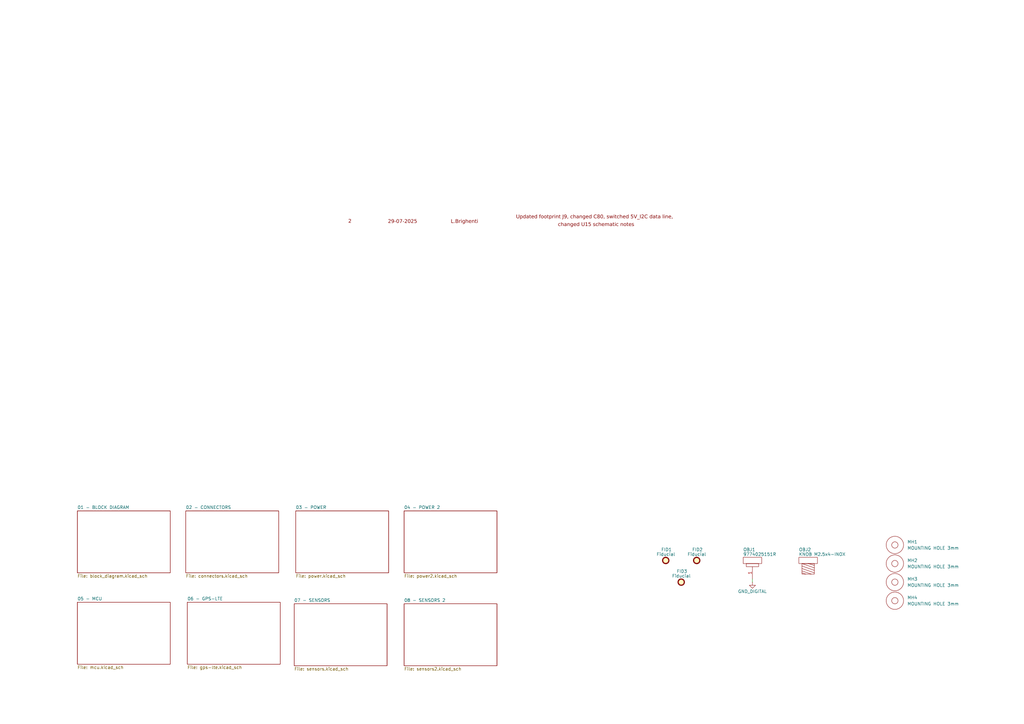
<source format=kicad_sch>
(kicad_sch
	(version 20250114)
	(generator "eeschema")
	(generator_version "9.0")
	(uuid "61eaccd5-5e97-4af5-a156-a1a800514f16")
	(paper "A3")
	(title_block
		(date "29-07-2025")
		(rev "2")
		(comment 1 "Flatburn_V5")
		(comment 2 "Luca Brighenti")
		(comment 3 "-")
		(comment 4 "MIT")
		(comment 5 "18-04-2025")
		(comment 6 "L.Brighenti")
	)
	(lib_symbols
		(symbol "FAE-MEC:MOUNTING HOLE - M2.5 - 9774025151R_1"
			(pin_names
				(hide yes)
			)
			(exclude_from_sim no)
			(in_bom no)
			(on_board yes)
			(property "Reference" "MH"
				(at -3.302 6.858 0)
				(effects
					(font
						(size 1.27 1.27)
					)
					(justify left top)
				)
			)
			(property "Value" "MOUNTING HOLE 3mm"
				(at -3.302 5.08 0)
				(effects
					(font
						(size 1.27 1.27)
					)
					(justify left top)
				)
			)
			(property "Footprint" "FAE-MEC:MOUNTING HOLE 3mm"
				(at 21.59 -94.92 0)
				(effects
					(font
						(size 1.27 1.27)
					)
					(justify left top)
					(hide yes)
				)
			)
			(property "Datasheet" ""
				(at 21.59 -194.92 0)
				(effects
					(font
						(size 1.27 1.27)
					)
					(justify left top)
					(hide yes)
				)
			)
			(property "Description" ""
				(at 8.382 -53.594 0)
				(effects
					(font
						(size 1.27 1.27)
					)
					(hide yes)
				)
			)
			(property "Distributor" ""
				(at 0.254 -55.372 0)
				(effects
					(font
						(size 1.27 1.27)
					)
					(justify left top)
					(hide yes)
				)
			)
			(property "MPN" ""
				(at 21.59 -494.92 0)
				(effects
					(font
						(size 1.27 1.27)
					)
					(justify left top)
					(hide yes)
				)
			)
			(property "Pkg Type" "THT"
				(at 21.59 -594.92 0)
				(effects
					(font
						(size 1.27 1.27)
					)
					(justify left top)
					(hide yes)
				)
			)
			(property "Price Distributor Cad" ""
				(at 0.254 -14.986 0)
				(effects
					(font
						(size 1.27 1.27)
					)
					(hide yes)
				)
			)
			(property "Temp Range" ""
				(at -0.762 -16.764 0)
				(effects
					(font
						(size 1.27 1.27)
					)
					(hide yes)
				)
			)
			(property "Implementation" "FAE_LB"
				(at 0 -18.796 0)
				(effects
					(font
						(size 1.27 1.27)
					)
					(hide yes)
				)
			)
			(symbol "MOUNTING HOLE - M2.5 - 9774025151R_1_0_1"
				(circle
					(center 0 0)
					(radius 1.2952)
					(stroke
						(width 0)
						(type default)
					)
					(fill
						(type none)
					)
				)
				(circle
					(center 0 0)
					(radius 3.556)
					(stroke
						(width 0)
						(type default)
					)
					(fill
						(type none)
					)
				)
			)
			(embedded_fonts no)
		)
		(symbol "FAE-MEC:SCREW - HEXAGON HEAD - M2.5X4 "
			(pin_names
				(hide yes)
			)
			(exclude_from_sim no)
			(in_bom yes)
			(on_board no)
			(property "Reference" "OBJ"
				(at -4.318 4.826 0)
				(effects
					(font
						(size 1.27 1.27)
					)
					(justify left top)
				)
			)
			(property "Value" "KNOB M2.5x4-INOX"
				(at -4.318 3.048 0)
				(effects
					(font
						(size 1.27 1.27)
					)
					(justify left top)
				)
			)
			(property "Footprint" ""
				(at 21.59 -94.92 0)
				(effects
					(font
						(size 1.27 1.27)
					)
					(justify left top)
					(hide yes)
				)
			)
			(property "Datasheet" ""
				(at 21.59 -194.92 0)
				(effects
					(font
						(size 1.27 1.27)
					)
					(justify left top)
					(hide yes)
				)
			)
			(property "Description" "Hexagon socket cylindrical head screw, Cl 12.9 DIN 912 UNI 5931, M2.54X4"
				(at 8.382 -53.594 0)
				(effects
					(font
						(size 1.27 1.27)
					)
					(hide yes)
				)
			)
			(property "Distributor" "FAE-048266"
				(at 0.254 -55.372 0)
				(effects
					(font
						(size 1.27 1.27)
					)
					(justify left top)
					(hide yes)
				)
			)
			(property "MPN" ""
				(at 21.59 -494.92 0)
				(effects
					(font
						(size 1.27 1.27)
					)
					(justify left top)
					(hide yes)
				)
			)
			(property "Pkg Type" "THT"
				(at 21.59 -594.92 0)
				(effects
					(font
						(size 1.27 1.27)
					)
					(justify left top)
					(hide yes)
				)
			)
			(property "Price Distributor Cad" "1,21"
				(at 0.254 -14.986 0)
				(effects
					(font
						(size 1.27 1.27)
					)
					(hide yes)
				)
			)
			(property "Temp Range" "-°..+°"
				(at -0.762 -16.764 0)
				(effects
					(font
						(size 1.27 1.27)
					)
					(hide yes)
				)
			)
			(property "Implementation" "FAE_LB"
				(at 0 -18.796 0)
				(effects
					(font
						(size 1.27 1.27)
					)
					(hide yes)
				)
			)
			(symbol "SCREW - HEXAGON HEAD - M2.5X4 _0_1"
				(rectangle
					(start -3.81 1.27)
					(end 3.81 -1.27)
					(stroke
						(width 0)
						(type default)
					)
					(fill
						(type none)
					)
				)
				(rectangle
					(start -2.54 -1.27)
					(end 2.54 -5.588)
					(stroke
						(width 0)
						(type default)
					)
					(fill
						(type none)
					)
				)
				(polyline
					(pts
						(xy -1.016 -5.588) (xy -2.54 -5.08)
					)
					(stroke
						(width 0)
						(type default)
					)
					(fill
						(type none)
					)
				)
				(polyline
					(pts
						(xy 1.27 -5.588) (xy -2.54 -4.318)
					)
					(stroke
						(width 0)
						(type default)
					)
					(fill
						(type none)
					)
				)
				(polyline
					(pts
						(xy 2.54 -2.032) (xy 0 -1.27)
					)
					(stroke
						(width 0)
						(type default)
					)
					(fill
						(type none)
					)
				)
				(polyline
					(pts
						(xy 2.54 -3.048) (xy -2.54 -1.27)
					)
					(stroke
						(width 0)
						(type default)
					)
					(fill
						(type none)
					)
				)
				(polyline
					(pts
						(xy 2.54 -4.064) (xy -2.54 -2.286)
					)
					(stroke
						(width 0)
						(type default)
					)
					(fill
						(type none)
					)
				)
				(polyline
					(pts
						(xy 2.54 -5.08) (xy -2.54 -3.302)
					)
					(stroke
						(width 0)
						(type default)
					)
					(fill
						(type none)
					)
				)
			)
			(embedded_fonts no)
		)
		(symbol "FAE-MEC:SPACER - M2.5 - 9774025151R"
			(pin_names
				(hide yes)
			)
			(exclude_from_sim no)
			(in_bom yes)
			(on_board yes)
			(property "Reference" "OBJ"
				(at -4.318 4.826 0)
				(effects
					(font
						(size 1.27 1.27)
					)
					(justify left top)
				)
			)
			(property "Value" "9774025151R"
				(at -4.318 3.048 0)
				(effects
					(font
						(size 1.27 1.27)
					)
					(justify left top)
				)
			)
			(property "Footprint" "FAE-MEC:SPACER M2.5 - 9774025151R"
				(at 21.59 -94.92 0)
				(effects
					(font
						(size 1.27 1.27)
					)
					(justify left top)
					(hide yes)
				)
			)
			(property "Datasheet" ""
				(at 21.59 -194.92 0)
				(effects
					(font
						(size 1.27 1.27)
					)
					(justify left top)
					(hide yes)
				)
			)
			(property "Description" "STEEL SPACER 5.1X2.5mm, M2.5, W.E."
				(at 8.382 -53.594 0)
				(effects
					(font
						(size 1.27 1.27)
					)
					(hide yes)
				)
			)
			(property "Distributor" "FAE-044635"
				(at 0.254 -55.372 0)
				(effects
					(font
						(size 1.27 1.27)
					)
					(justify left top)
					(hide yes)
				)
			)
			(property "MPN" "9774025151R"
				(at 21.59 -494.92 0)
				(effects
					(font
						(size 1.27 1.27)
					)
					(justify left top)
					(hide yes)
				)
			)
			(property "Pkg Type" "THT"
				(at 21.59 -594.92 0)
				(effects
					(font
						(size 1.27 1.27)
					)
					(justify left top)
					(hide yes)
				)
			)
			(property "Price Distributor Cad" "1,21"
				(at 0.254 -14.986 0)
				(effects
					(font
						(size 1.27 1.27)
					)
					(hide yes)
				)
			)
			(property "Temp Range" "-°..+°"
				(at -0.762 -16.764 0)
				(effects
					(font
						(size 1.27 1.27)
					)
					(hide yes)
				)
			)
			(property "Implementation" "FAE_LB"
				(at 0 -18.796 0)
				(effects
					(font
						(size 1.27 1.27)
					)
					(hide yes)
				)
			)
			(symbol "SPACER - M2.5 - 9774025151R_0_1"
				(rectangle
					(start -3.81 1.27)
					(end 3.81 -1.27)
					(stroke
						(width 0)
						(type default)
					)
					(fill
						(type none)
					)
				)
				(rectangle
					(start -2.54 -1.27)
					(end 2.54 -2.54)
					(stroke
						(width 0)
						(type default)
					)
					(fill
						(type none)
					)
				)
			)
			(symbol "SPACER - M2.5 - 9774025151R_1_1"
				(pin passive line
					(at 0 -7.62 90)
					(length 5.08)
					(name ""
						(effects
							(font
								(size 1.27 1.27)
							)
						)
					)
					(number "1"
						(effects
							(font
								(size 1.27 1.27)
							)
						)
					)
				)
			)
			(embedded_fonts no)
		)
		(symbol "Mechanical:Fiducial"
			(exclude_from_sim yes)
			(in_bom no)
			(on_board yes)
			(property "Reference" "FID"
				(at 0 5.08 0)
				(effects
					(font
						(size 1.27 1.27)
					)
				)
			)
			(property "Value" "Fiducial"
				(at 0 3.175 0)
				(effects
					(font
						(size 1.27 1.27)
					)
				)
			)
			(property "Footprint" ""
				(at 0 0 0)
				(effects
					(font
						(size 1.27 1.27)
					)
					(hide yes)
				)
			)
			(property "Datasheet" "~"
				(at 0 0 0)
				(effects
					(font
						(size 1.27 1.27)
					)
					(hide yes)
				)
			)
			(property "Description" "Fiducial Marker"
				(at 0 0 0)
				(effects
					(font
						(size 1.27 1.27)
					)
					(hide yes)
				)
			)
			(property "ki_keywords" "fiducial marker"
				(at 0 0 0)
				(effects
					(font
						(size 1.27 1.27)
					)
					(hide yes)
				)
			)
			(property "ki_fp_filters" "Fiducial*"
				(at 0 0 0)
				(effects
					(font
						(size 1.27 1.27)
					)
					(hide yes)
				)
			)
			(symbol "Fiducial_0_1"
				(circle
					(center 0 0)
					(radius 1.27)
					(stroke
						(width 0.508)
						(type default)
					)
					(fill
						(type background)
					)
				)
			)
			(embedded_fonts no)
		)
		(symbol "power:GND"
			(power)
			(pin_numbers
				(hide yes)
			)
			(pin_names
				(offset 0)
				(hide yes)
			)
			(exclude_from_sim no)
			(in_bom yes)
			(on_board yes)
			(property "Reference" "#PWR"
				(at 0 -6.35 0)
				(effects
					(font
						(size 1.27 1.27)
					)
					(hide yes)
				)
			)
			(property "Value" "GND"
				(at 0 -3.81 0)
				(effects
					(font
						(size 1.27 1.27)
					)
				)
			)
			(property "Footprint" ""
				(at 0 0 0)
				(effects
					(font
						(size 1.27 1.27)
					)
					(hide yes)
				)
			)
			(property "Datasheet" ""
				(at 0 0 0)
				(effects
					(font
						(size 1.27 1.27)
					)
					(hide yes)
				)
			)
			(property "Description" "Power symbol creates a global label with name \"GND\" , ground"
				(at 0 0 0)
				(effects
					(font
						(size 1.27 1.27)
					)
					(hide yes)
				)
			)
			(property "ki_keywords" "global power"
				(at 0 0 0)
				(effects
					(font
						(size 1.27 1.27)
					)
					(hide yes)
				)
			)
			(symbol "GND_0_1"
				(polyline
					(pts
						(xy 0 0) (xy 0 -1.27) (xy 1.27 -1.27) (xy 0 -2.54) (xy -1.27 -1.27) (xy 0 -1.27)
					)
					(stroke
						(width 0)
						(type default)
					)
					(fill
						(type none)
					)
				)
			)
			(symbol "GND_1_1"
				(pin power_in line
					(at 0 0 270)
					(length 0)
					(name "~"
						(effects
							(font
								(size 1.27 1.27)
							)
						)
					)
					(number "1"
						(effects
							(font
								(size 1.27 1.27)
							)
						)
					)
				)
			)
			(embedded_fonts no)
		)
	)
	(text "L.Brighenti"
		(exclude_from_sim no)
		(at 190.5 91.44 0)
		(effects
			(font
				(face "Arial")
				(size 1.4732 1.4732)
				(color 132 0 0 1)
			)
		)
		(uuid "1138ef0a-d372-4a74-8501-6e7520fa3f89")
	)
	(text "Updated footprint J9, changed C80, switched 5V_I2C data line,\n"
		(exclude_from_sim no)
		(at 243.84 89.535 0)
		(effects
			(font
				(face "Arial")
				(size 1.4732 1.4732)
				(color 132 0 0 1)
			)
		)
		(uuid "6575fc83-4602-42a1-b6d3-41cb5ee9d5ce")
	)
	(text "29-07-2025"
		(exclude_from_sim no)
		(at 165.1 91.44 0)
		(effects
			(font
				(face "Arial")
				(size 1.4732 1.4732)
				(color 132 0 0 1)
			)
		)
		(uuid "c1de8e3c-19ef-43ff-9103-9c2a756e6f3f")
	)
	(text "2"
		(exclude_from_sim no)
		(at 143.5006 91.3445 0)
		(effects
			(font
				(face "Arial")
				(size 1.4732 1.4732)
				(color 132 0 0 1)
			)
		)
		(uuid "c338897d-7e9c-4623-aa32-ac3ba759a849")
	)
	(text "changed U15 schematic notes\n"
		(exclude_from_sim no)
		(at 244.475 92.71 0)
		(effects
			(font
				(face "Arial")
				(size 1.4732 1.4732)
				(color 132 0 0 1)
			)
		)
		(uuid "d01cfbb4-5f12-42fc-9f67-bf64bdfcceb2")
	)
	(wire
		(pts
			(xy 308.61 238.76) (xy 308.61 237.49)
		)
		(stroke
			(width 0)
			(type default)
		)
		(uuid "c6659e91-855d-49d8-bf78-c348195bd369")
	)
	(symbol
		(lib_id "FAE-MEC:MOUNTING HOLE - M2.5 - 9774025151R_1")
		(at 367.03 231.14 0)
		(unit 1)
		(exclude_from_sim no)
		(in_bom no)
		(on_board yes)
		(dnp no)
		(fields_autoplaced yes)
		(uuid "264e67d2-003f-42ea-a80b-9e71a9fb94ce")
		(property "Reference" "MH2"
			(at 372.11 229.8699 0)
			(effects
				(font
					(size 1.27 1.27)
				)
				(justify left)
			)
		)
		(property "Value" "MOUNTING HOLE 3mm"
			(at 372.11 232.4099 0)
			(effects
				(font
					(size 1.27 1.27)
				)
				(justify left)
			)
		)
		(property "Footprint" "FAE-MEC:MOUNTING HOLE 3mm"
			(at 388.62 326.06 0)
			(effects
				(font
					(size 1.27 1.27)
				)
				(justify left top)
				(hide yes)
			)
		)
		(property "Datasheet" ""
			(at 388.62 426.06 0)
			(effects
				(font
					(size 1.27 1.27)
				)
				(justify left top)
				(hide yes)
			)
		)
		(property "Description" ""
			(at 375.412 284.734 0)
			(effects
				(font
					(size 1.27 1.27)
				)
				(hide yes)
			)
		)
		(property "Distributor" ""
			(at 367.284 286.512 0)
			(effects
				(font
					(size 1.27 1.27)
				)
				(justify left top)
				(hide yes)
			)
		)
		(property "MPN" ""
			(at 388.62 726.06 0)
			(effects
				(font
					(size 1.27 1.27)
				)
				(justify left top)
				(hide yes)
			)
		)
		(property "Pkg Type" "THT"
			(at 388.62 826.06 0)
			(effects
				(font
					(size 1.27 1.27)
				)
				(justify left top)
				(hide yes)
			)
		)
		(property "Price Distributor Cad" ""
			(at 367.284 246.126 0)
			(effects
				(font
					(size 1.27 1.27)
				)
				(hide yes)
			)
		)
		(property "Temp Range" ""
			(at 366.268 247.904 0)
			(effects
				(font
					(size 1.27 1.27)
				)
				(hide yes)
			)
		)
		(property "Implementation" "FAE_LB"
			(at 367.03 249.936 0)
			(effects
				(font
					(size 1.27 1.27)
				)
				(hide yes)
			)
		)
		(property "Temperature" ""
			(at 367.03 231.14 0)
			(effects
				(font
					(size 1.27 1.27)
				)
			)
		)
		(instances
			(project "Flatburn_V4"
				(path "/61eaccd5-5e97-4af5-a156-a1a800514f16"
					(reference "MH2")
					(unit 1)
				)
			)
		)
	)
	(symbol
		(lib_id "FAE-MEC:SPACER - M2.5 - 9774025151R")
		(at 308.61 229.87 0)
		(unit 1)
		(exclude_from_sim no)
		(in_bom yes)
		(on_board yes)
		(dnp no)
		(uuid "32e20ede-05a0-4d83-88f3-6435d5e1d3b1")
		(property "Reference" "OBJ1"
			(at 304.8 225.425 0)
			(effects
				(font
					(size 1.27 1.27)
				)
				(justify left)
			)
		)
		(property "Value" "9774025151R"
			(at 304.8 227.33 0)
			(effects
				(font
					(size 1.27 1.27)
				)
				(justify left)
			)
		)
		(property "Footprint" "FAE-MEC:SPACER M2.5 - 9774025151R"
			(at 330.2 324.79 0)
			(effects
				(font
					(size 1.27 1.27)
				)
				(justify left top)
				(hide yes)
			)
		)
		(property "Datasheet" ""
			(at 330.2 424.79 0)
			(effects
				(font
					(size 1.27 1.27)
				)
				(justify left top)
				(hide yes)
			)
		)
		(property "Description" "STEEL SPACER 5.1X2.5mm, M2.5, W.E."
			(at 316.992 283.464 0)
			(effects
				(font
					(size 1.27 1.27)
				)
				(hide yes)
			)
		)
		(property "Distributor" "FAE-044635"
			(at 308.864 285.242 0)
			(effects
				(font
					(size 1.27 1.27)
				)
				(justify left top)
				(hide yes)
			)
		)
		(property "MPN" "9774025151R"
			(at 330.2 724.79 0)
			(effects
				(font
					(size 1.27 1.27)
				)
				(justify left top)
				(hide yes)
			)
		)
		(property "Pkg Type" "THT"
			(at 330.2 824.79 0)
			(effects
				(font
					(size 1.27 1.27)
				)
				(justify left top)
				(hide yes)
			)
		)
		(property "Price Distributor Cad" "1,21"
			(at 308.864 244.856 0)
			(effects
				(font
					(size 1.27 1.27)
				)
				(hide yes)
			)
		)
		(property "Temp Range" "-°..+°"
			(at 307.848 246.634 0)
			(effects
				(font
					(size 1.27 1.27)
				)
				(hide yes)
			)
		)
		(property "Implementation" "FAE_LB"
			(at 308.61 248.666 0)
			(effects
				(font
					(size 1.27 1.27)
				)
				(hide yes)
			)
		)
		(property "Temperature" ""
			(at 308.61 229.87 0)
			(effects
				(font
					(size 1.27 1.27)
				)
			)
		)
		(pin "1"
			(uuid "3643b84b-e4b1-432e-8e2d-2844fd7eac64")
		)
		(instances
			(project ""
				(path "/61eaccd5-5e97-4af5-a156-a1a800514f16"
					(reference "OBJ1")
					(unit 1)
				)
			)
		)
	)
	(symbol
		(lib_id "FAE-MEC:SCREW - HEXAGON HEAD - M2.5X4 ")
		(at 331.47 229.87 0)
		(unit 1)
		(exclude_from_sim no)
		(in_bom yes)
		(on_board no)
		(dnp no)
		(uuid "44e2747e-7431-49e3-b891-94f04268b43b")
		(property "Reference" "OBJ2"
			(at 327.66 225.425 0)
			(effects
				(font
					(size 1.27 1.27)
				)
				(justify left)
			)
		)
		(property "Value" "KNOB M2.5x4-INOX"
			(at 327.66 227.33 0)
			(effects
				(font
					(size 1.27 1.27)
				)
				(justify left)
			)
		)
		(property "Footprint" ""
			(at 353.06 324.79 0)
			(effects
				(font
					(size 1.27 1.27)
				)
				(justify left top)
				(hide yes)
			)
		)
		(property "Datasheet" ""
			(at 353.06 424.79 0)
			(effects
				(font
					(size 1.27 1.27)
				)
				(justify left top)
				(hide yes)
			)
		)
		(property "Description" "Hexagon socket cylindrical head screw, Cl 12.9 DIN 912 UNI 5931, M2.54X4"
			(at 339.852 283.464 0)
			(effects
				(font
					(size 1.27 1.27)
				)
				(hide yes)
			)
		)
		(property "Distributor" "FAE-048266"
			(at 331.724 285.242 0)
			(effects
				(font
					(size 1.27 1.27)
				)
				(justify left top)
				(hide yes)
			)
		)
		(property "MPN" ""
			(at 353.06 724.79 0)
			(effects
				(font
					(size 1.27 1.27)
				)
				(justify left top)
				(hide yes)
			)
		)
		(property "Pkg Type" "THT"
			(at 353.06 824.79 0)
			(effects
				(font
					(size 1.27 1.27)
				)
				(justify left top)
				(hide yes)
			)
		)
		(property "Price Distributor Cad" "1,21"
			(at 331.724 244.856 0)
			(effects
				(font
					(size 1.27 1.27)
				)
				(hide yes)
			)
		)
		(property "Temp Range" "-°..+°"
			(at 330.708 246.634 0)
			(effects
				(font
					(size 1.27 1.27)
				)
				(hide yes)
			)
		)
		(property "Implementation" "FAE_LB"
			(at 331.47 248.666 0)
			(effects
				(font
					(size 1.27 1.27)
				)
				(hide yes)
			)
		)
		(property "Temperature" ""
			(at 331.47 229.87 0)
			(effects
				(font
					(size 1.27 1.27)
				)
			)
		)
		(instances
			(project ""
				(path "/61eaccd5-5e97-4af5-a156-a1a800514f16"
					(reference "OBJ2")
					(unit 1)
				)
			)
		)
	)
	(symbol
		(lib_id "Mechanical:Fiducial")
		(at 279.4 238.76 0)
		(unit 1)
		(exclude_from_sim yes)
		(in_bom no)
		(on_board yes)
		(dnp no)
		(uuid "616ab962-e743-4603-a069-2f57537c54c0")
		(property "Reference" "FID3"
			(at 277.495 234.315 0)
			(effects
				(font
					(size 1.27 1.27)
				)
				(justify left)
			)
		)
		(property "Value" "Fiducial"
			(at 275.59 236.22 0)
			(effects
				(font
					(size 1.27 1.27)
				)
				(justify left)
			)
		)
		(property "Footprint" "Fiducial:Fiducial_1mm_Mask3mm"
			(at 279.4 238.76 0)
			(effects
				(font
					(size 1.27 1.27)
				)
				(hide yes)
			)
		)
		(property "Datasheet" "~"
			(at 279.4 238.76 0)
			(effects
				(font
					(size 1.27 1.27)
				)
				(hide yes)
			)
		)
		(property "Description" "Fiducial Marker"
			(at 279.4 238.76 0)
			(effects
				(font
					(size 1.27 1.27)
				)
				(hide yes)
			)
		)
		(property "Temperature" ""
			(at 279.4 238.76 0)
			(effects
				(font
					(size 1.27 1.27)
				)
			)
		)
		(instances
			(project "Flatburn_V4"
				(path "/61eaccd5-5e97-4af5-a156-a1a800514f16"
					(reference "FID3")
					(unit 1)
				)
			)
		)
	)
	(symbol
		(lib_id "Mechanical:Fiducial")
		(at 285.75 229.87 0)
		(unit 1)
		(exclude_from_sim yes)
		(in_bom no)
		(on_board yes)
		(dnp no)
		(uuid "6a913318-113d-4dbf-9f98-d656a33f9133")
		(property "Reference" "FID2"
			(at 283.845 225.425 0)
			(effects
				(font
					(size 1.27 1.27)
				)
				(justify left)
			)
		)
		(property "Value" "Fiducial"
			(at 281.94 227.33 0)
			(effects
				(font
					(size 1.27 1.27)
				)
				(justify left)
			)
		)
		(property "Footprint" "Fiducial:Fiducial_1mm_Mask3mm"
			(at 285.75 229.87 0)
			(effects
				(font
					(size 1.27 1.27)
				)
				(hide yes)
			)
		)
		(property "Datasheet" "~"
			(at 285.75 229.87 0)
			(effects
				(font
					(size 1.27 1.27)
				)
				(hide yes)
			)
		)
		(property "Description" "Fiducial Marker"
			(at 285.75 229.87 0)
			(effects
				(font
					(size 1.27 1.27)
				)
				(hide yes)
			)
		)
		(property "Temperature" ""
			(at 285.75 229.87 0)
			(effects
				(font
					(size 1.27 1.27)
				)
			)
		)
		(instances
			(project "Flatburn_V4"
				(path "/61eaccd5-5e97-4af5-a156-a1a800514f16"
					(reference "FID2")
					(unit 1)
				)
			)
		)
	)
	(symbol
		(lib_id "FAE-MEC:MOUNTING HOLE - M2.5 - 9774025151R_1")
		(at 367.03 223.52 0)
		(unit 1)
		(exclude_from_sim no)
		(in_bom no)
		(on_board yes)
		(dnp no)
		(uuid "a0424cec-adb0-4d37-b314-1b3ce4903197")
		(property "Reference" "MH1"
			(at 372.11 222.2499 0)
			(effects
				(font
					(size 1.27 1.27)
				)
				(justify left)
			)
		)
		(property "Value" "MOUNTING HOLE 3mm"
			(at 372.11 224.7899 0)
			(effects
				(font
					(size 1.27 1.27)
				)
				(justify left)
			)
		)
		(property "Footprint" "FAE-MEC:MOUNTING HOLE 3mm"
			(at 388.62 318.44 0)
			(effects
				(font
					(size 1.27 1.27)
				)
				(justify left top)
				(hide yes)
			)
		)
		(property "Datasheet" ""
			(at 388.62 418.44 0)
			(effects
				(font
					(size 1.27 1.27)
				)
				(justify left top)
				(hide yes)
			)
		)
		(property "Description" ""
			(at 375.412 277.114 0)
			(effects
				(font
					(size 1.27 1.27)
				)
				(hide yes)
			)
		)
		(property "Distributor" ""
			(at 367.284 278.892 0)
			(effects
				(font
					(size 1.27 1.27)
				)
				(justify left top)
				(hide yes)
			)
		)
		(property "MPN" ""
			(at 388.62 718.44 0)
			(effects
				(font
					(size 1.27 1.27)
				)
				(justify left top)
				(hide yes)
			)
		)
		(property "Pkg Type" "THT"
			(at 388.62 818.44 0)
			(effects
				(font
					(size 1.27 1.27)
				)
				(justify left top)
				(hide yes)
			)
		)
		(property "Price Distributor Cad" ""
			(at 367.284 238.506 0)
			(effects
				(font
					(size 1.27 1.27)
				)
				(hide yes)
			)
		)
		(property "Temp Range" ""
			(at 366.268 240.284 0)
			(effects
				(font
					(size 1.27 1.27)
				)
				(hide yes)
			)
		)
		(property "Implementation" "FAE_LB"
			(at 367.03 242.316 0)
			(effects
				(font
					(size 1.27 1.27)
				)
				(hide yes)
			)
		)
		(property "Temperature" ""
			(at 367.03 223.52 0)
			(effects
				(font
					(size 1.27 1.27)
				)
			)
		)
		(instances
			(project ""
				(path "/61eaccd5-5e97-4af5-a156-a1a800514f16"
					(reference "MH1")
					(unit 1)
				)
			)
		)
	)
	(symbol
		(lib_id "FAE-MEC:MOUNTING HOLE - M2.5 - 9774025151R_1")
		(at 367.03 246.38 0)
		(unit 1)
		(exclude_from_sim no)
		(in_bom no)
		(on_board yes)
		(dnp no)
		(fields_autoplaced yes)
		(uuid "b4fb1a3e-19b8-4723-9d45-3ed588113ec8")
		(property "Reference" "MH4"
			(at 372.11 245.1099 0)
			(effects
				(font
					(size 1.27 1.27)
				)
				(justify left)
			)
		)
		(property "Value" "MOUNTING HOLE 3mm"
			(at 372.11 247.6499 0)
			(effects
				(font
					(size 1.27 1.27)
				)
				(justify left)
			)
		)
		(property "Footprint" "FAE-MEC:MOUNTING HOLE 3mm"
			(at 388.62 341.3 0)
			(effects
				(font
					(size 1.27 1.27)
				)
				(justify left top)
				(hide yes)
			)
		)
		(property "Datasheet" ""
			(at 388.62 441.3 0)
			(effects
				(font
					(size 1.27 1.27)
				)
				(justify left top)
				(hide yes)
			)
		)
		(property "Description" ""
			(at 375.412 299.974 0)
			(effects
				(font
					(size 1.27 1.27)
				)
				(hide yes)
			)
		)
		(property "Distributor" ""
			(at 367.284 301.752 0)
			(effects
				(font
					(size 1.27 1.27)
				)
				(justify left top)
				(hide yes)
			)
		)
		(property "MPN" ""
			(at 388.62 741.3 0)
			(effects
				(font
					(size 1.27 1.27)
				)
				(justify left top)
				(hide yes)
			)
		)
		(property "Pkg Type" "THT"
			(at 388.62 841.3 0)
			(effects
				(font
					(size 1.27 1.27)
				)
				(justify left top)
				(hide yes)
			)
		)
		(property "Price Distributor Cad" ""
			(at 367.284 261.366 0)
			(effects
				(font
					(size 1.27 1.27)
				)
				(hide yes)
			)
		)
		(property "Temp Range" ""
			(at 366.268 263.144 0)
			(effects
				(font
					(size 1.27 1.27)
				)
				(hide yes)
			)
		)
		(property "Implementation" "FAE_LB"
			(at 367.03 265.176 0)
			(effects
				(font
					(size 1.27 1.27)
				)
				(hide yes)
			)
		)
		(property "Temperature" ""
			(at 367.03 246.38 0)
			(effects
				(font
					(size 1.27 1.27)
				)
			)
		)
		(instances
			(project "Flatburn_V4"
				(path "/61eaccd5-5e97-4af5-a156-a1a800514f16"
					(reference "MH4")
					(unit 1)
				)
			)
		)
	)
	(symbol
		(lib_id "power:GND")
		(at 308.61 238.76 0)
		(unit 1)
		(exclude_from_sim no)
		(in_bom yes)
		(on_board yes)
		(dnp no)
		(uuid "b4fb3e48-52d9-4b33-893c-8bd33509f4a1")
		(property "Reference" "#PWR01"
			(at 308.61 245.11 0)
			(effects
				(font
					(size 1.27 1.27)
				)
				(hide yes)
			)
		)
		(property "Value" "GND_DIGITAL"
			(at 308.61 242.57 0)
			(effects
				(font
					(size 1.27 1.27)
				)
			)
		)
		(property "Footprint" ""
			(at 308.61 238.76 0)
			(effects
				(font
					(size 1.27 1.27)
				)
				(hide yes)
			)
		)
		(property "Datasheet" ""
			(at 308.61 238.76 0)
			(effects
				(font
					(size 1.27 1.27)
				)
				(hide yes)
			)
		)
		(property "Description" "Power symbol creates a global label with name \"GND\" , ground"
			(at 308.61 238.76 0)
			(effects
				(font
					(size 1.27 1.27)
				)
				(hide yes)
			)
		)
		(pin "1"
			(uuid "765713ec-65c0-4d07-bb3c-142414116947")
		)
		(instances
			(project "Flatburn_V4"
				(path "/61eaccd5-5e97-4af5-a156-a1a800514f16"
					(reference "#PWR01")
					(unit 1)
				)
			)
		)
	)
	(symbol
		(lib_id "Mechanical:Fiducial")
		(at 273.05 229.87 0)
		(unit 1)
		(exclude_from_sim yes)
		(in_bom no)
		(on_board yes)
		(dnp no)
		(uuid "e506baf3-018d-4231-8260-eba203d2c752")
		(property "Reference" "FID1"
			(at 271.145 225.425 0)
			(effects
				(font
					(size 1.27 1.27)
				)
				(justify left)
			)
		)
		(property "Value" "Fiducial"
			(at 269.24 227.33 0)
			(effects
				(font
					(size 1.27 1.27)
				)
				(justify left)
			)
		)
		(property "Footprint" "Fiducial:Fiducial_1mm_Mask3mm"
			(at 273.05 229.87 0)
			(effects
				(font
					(size 1.27 1.27)
				)
				(hide yes)
			)
		)
		(property "Datasheet" "~"
			(at 273.05 229.87 0)
			(effects
				(font
					(size 1.27 1.27)
				)
				(hide yes)
			)
		)
		(property "Description" "Fiducial Marker"
			(at 273.05 229.87 0)
			(effects
				(font
					(size 1.27 1.27)
				)
				(hide yes)
			)
		)
		(property "Temperature" ""
			(at 273.05 229.87 0)
			(effects
				(font
					(size 1.27 1.27)
				)
			)
		)
		(instances
			(project ""
				(path "/61eaccd5-5e97-4af5-a156-a1a800514f16"
					(reference "FID1")
					(unit 1)
				)
			)
		)
	)
	(symbol
		(lib_id "FAE-MEC:MOUNTING HOLE - M2.5 - 9774025151R_1")
		(at 367.03 238.76 0)
		(unit 1)
		(exclude_from_sim no)
		(in_bom no)
		(on_board yes)
		(dnp no)
		(fields_autoplaced yes)
		(uuid "ecf3d943-7132-4ee7-8c47-da1997a50b5d")
		(property "Reference" "MH3"
			(at 372.11 237.4899 0)
			(effects
				(font
					(size 1.27 1.27)
				)
				(justify left)
			)
		)
		(property "Value" "MOUNTING HOLE 3mm"
			(at 372.11 240.0299 0)
			(effects
				(font
					(size 1.27 1.27)
				)
				(justify left)
			)
		)
		(property "Footprint" "FAE-MEC:MOUNTING HOLE 3mm"
			(at 388.62 333.68 0)
			(effects
				(font
					(size 1.27 1.27)
				)
				(justify left top)
				(hide yes)
			)
		)
		(property "Datasheet" ""
			(at 388.62 433.68 0)
			(effects
				(font
					(size 1.27 1.27)
				)
				(justify left top)
				(hide yes)
			)
		)
		(property "Description" ""
			(at 375.412 292.354 0)
			(effects
				(font
					(size 1.27 1.27)
				)
				(hide yes)
			)
		)
		(property "Distributor" ""
			(at 367.284 294.132 0)
			(effects
				(font
					(size 1.27 1.27)
				)
				(justify left top)
				(hide yes)
			)
		)
		(property "MPN" ""
			(at 388.62 733.68 0)
			(effects
				(font
					(size 1.27 1.27)
				)
				(justify left top)
				(hide yes)
			)
		)
		(property "Pkg Type" "THT"
			(at 388.62 833.68 0)
			(effects
				(font
					(size 1.27 1.27)
				)
				(justify left top)
				(hide yes)
			)
		)
		(property "Price Distributor Cad" ""
			(at 367.284 253.746 0)
			(effects
				(font
					(size 1.27 1.27)
				)
				(hide yes)
			)
		)
		(property "Temp Range" ""
			(at 366.268 255.524 0)
			(effects
				(font
					(size 1.27 1.27)
				)
				(hide yes)
			)
		)
		(property "Implementation" "FAE_LB"
			(at 367.03 257.556 0)
			(effects
				(font
					(size 1.27 1.27)
				)
				(hide yes)
			)
		)
		(property "Temperature" ""
			(at 367.03 238.76 0)
			(effects
				(font
					(size 1.27 1.27)
				)
			)
		)
		(instances
			(project "Flatburn_V4"
				(path "/61eaccd5-5e97-4af5-a156-a1a800514f16"
					(reference "MH3")
					(unit 1)
				)
			)
		)
	)
	(sheet
		(at 165.735 209.55)
		(size 38.1 25.4)
		(exclude_from_sim no)
		(in_bom yes)
		(on_board yes)
		(dnp no)
		(fields_autoplaced yes)
		(stroke
			(width 0.1524)
			(type solid)
		)
		(fill
			(color 0 0 0 0.0000)
		)
		(uuid "2bb3e34c-d618-464d-b52a-9975bf5e3f48")
		(property "Sheetname" "04 - POWER 2"
			(at 165.735 208.8384 0)
			(effects
				(font
					(size 1.27 1.27)
				)
				(justify left bottom)
			)
		)
		(property "Sheetfile" "power2.kicad_sch"
			(at 165.735 235.5346 0)
			(effects
				(font
					(size 1.27 1.27)
				)
				(justify left top)
			)
		)
		(instances
			(project "Flatburn_V5"
				(path "/61eaccd5-5e97-4af5-a156-a1a800514f16"
					(page "5")
				)
			)
		)
	)
	(sheet
		(at 76.2 209.55)
		(size 38.1 25.4)
		(exclude_from_sim no)
		(in_bom yes)
		(on_board yes)
		(dnp no)
		(fields_autoplaced yes)
		(stroke
			(width 0.1524)
			(type solid)
		)
		(fill
			(color 0 0 0 0.0000)
		)
		(uuid "57980605-625e-4fa2-91fa-b98e29b08834")
		(property "Sheetname" "02 - CONNECTORS"
			(at 76.2 208.8384 0)
			(effects
				(font
					(size 1.27 1.27)
				)
				(justify left bottom)
			)
		)
		(property "Sheetfile" "connectors.kicad_sch"
			(at 76.2 235.5346 0)
			(effects
				(font
					(size 1.27 1.27)
				)
				(justify left top)
			)
		)
		(instances
			(project "Flatburn_V5"
				(path "/61eaccd5-5e97-4af5-a156-a1a800514f16"
					(page "3")
				)
			)
		)
	)
	(sheet
		(at 31.75 209.55)
		(size 38.1 25.4)
		(exclude_from_sim no)
		(in_bom yes)
		(on_board yes)
		(dnp no)
		(fields_autoplaced yes)
		(stroke
			(width 0.1524)
			(type solid)
		)
		(fill
			(color 0 0 0 0.0000)
		)
		(uuid "79bf93ef-d45a-4332-901a-4bdeb74b2271")
		(property "Sheetname" "01 - BLOCK DIAGRAM"
			(at 31.75 208.8384 0)
			(effects
				(font
					(size 1.27 1.27)
				)
				(justify left bottom)
			)
		)
		(property "Sheetfile" "block_diagram.kicad_sch"
			(at 31.75 235.5346 0)
			(effects
				(font
					(size 1.27 1.27)
				)
				(justify left top)
			)
		)
		(instances
			(project "Flatburn_V5"
				(path "/61eaccd5-5e97-4af5-a156-a1a800514f16"
					(page "2")
				)
			)
		)
	)
	(sheet
		(at 165.735 247.65)
		(size 38.1 25.4)
		(exclude_from_sim no)
		(in_bom yes)
		(on_board yes)
		(dnp no)
		(fields_autoplaced yes)
		(stroke
			(width 0.1524)
			(type solid)
		)
		(fill
			(color 0 0 0 0.0000)
		)
		(uuid "7a3367b1-2061-4d18-a36b-d1033bc5cd90")
		(property "Sheetname" "08 - SENSORS 2"
			(at 165.735 246.9384 0)
			(effects
				(font
					(size 1.27 1.27)
				)
				(justify left bottom)
			)
		)
		(property "Sheetfile" "sensors2.kicad_sch"
			(at 165.735 273.6346 0)
			(effects
				(font
					(size 1.27 1.27)
				)
				(justify left top)
			)
		)
		(instances
			(project "Flatburn_V5"
				(path "/61eaccd5-5e97-4af5-a156-a1a800514f16"
					(page "9")
				)
			)
		)
	)
	(sheet
		(at 120.65 247.65)
		(size 38.1 25.4)
		(exclude_from_sim no)
		(in_bom yes)
		(on_board yes)
		(dnp no)
		(fields_autoplaced yes)
		(stroke
			(width 0.1524)
			(type solid)
		)
		(fill
			(color 0 0 0 0.0000)
		)
		(uuid "81fdb441-cf60-4dd3-8dec-a20a36b97741")
		(property "Sheetname" "07 - SENSORS"
			(at 120.65 246.9384 0)
			(effects
				(font
					(size 1.27 1.27)
				)
				(justify left bottom)
			)
		)
		(property "Sheetfile" "sensors.kicad_sch"
			(at 120.65 273.6346 0)
			(effects
				(font
					(size 1.27 1.27)
				)
				(justify left top)
			)
		)
		(instances
			(project "Flatburn_V5"
				(path "/61eaccd5-5e97-4af5-a156-a1a800514f16"
					(page "8")
				)
			)
		)
	)
	(sheet
		(at 31.75 247.015)
		(size 38.1 25.4)
		(exclude_from_sim no)
		(in_bom yes)
		(on_board yes)
		(dnp no)
		(fields_autoplaced yes)
		(stroke
			(width 0.1524)
			(type solid)
		)
		(fill
			(color 0 0 0 0.0000)
		)
		(uuid "c3c1f8cd-026d-4a73-bbf5-f335e418869b")
		(property "Sheetname" "05 - MCU"
			(at 31.75 246.3034 0)
			(effects
				(font
					(size 1.27 1.27)
				)
				(justify left bottom)
			)
		)
		(property "Sheetfile" "mcu.kicad_sch"
			(at 31.75 272.9996 0)
			(effects
				(font
					(size 1.27 1.27)
				)
				(justify left top)
			)
		)
		(instances
			(project "Flatburn_V5"
				(path "/61eaccd5-5e97-4af5-a156-a1a800514f16"
					(page "6")
				)
			)
		)
	)
	(sheet
		(at 76.835 247.015)
		(size 38.1 25.4)
		(exclude_from_sim no)
		(in_bom yes)
		(on_board yes)
		(dnp no)
		(fields_autoplaced yes)
		(stroke
			(width 0.1524)
			(type solid)
		)
		(fill
			(color 0 0 0 0.0000)
		)
		(uuid "cc782f2d-040f-49a1-9c43-20c46aa96e59")
		(property "Sheetname" "06 - GPS-LTE"
			(at 76.835 246.3034 0)
			(effects
				(font
					(size 1.27 1.27)
				)
				(justify left bottom)
			)
		)
		(property "Sheetfile" "gps-lte.kicad_sch"
			(at 76.835 272.9996 0)
			(effects
				(font
					(size 1.27 1.27)
				)
				(justify left top)
			)
		)
		(instances
			(project "Flatburn_V5"
				(path "/61eaccd5-5e97-4af5-a156-a1a800514f16"
					(page "7")
				)
			)
		)
	)
	(sheet
		(at 121.285 209.55)
		(size 38.1 25.4)
		(exclude_from_sim no)
		(in_bom yes)
		(on_board yes)
		(dnp no)
		(fields_autoplaced yes)
		(stroke
			(width 0.1524)
			(type solid)
		)
		(fill
			(color 0 0 0 0.0000)
		)
		(uuid "f102fe97-9d0b-4dc1-b22f-a5783a1e0928")
		(property "Sheetname" "03 - POWER"
			(at 121.285 208.8384 0)
			(effects
				(font
					(size 1.27 1.27)
				)
				(justify left bottom)
			)
		)
		(property "Sheetfile" "power.kicad_sch"
			(at 121.285 235.5346 0)
			(effects
				(font
					(size 1.27 1.27)
				)
				(justify left top)
			)
		)
		(instances
			(project "Flatburn_V5"
				(path "/61eaccd5-5e97-4af5-a156-a1a800514f16"
					(page "4")
				)
			)
		)
	)
	(sheet_instances
		(path "/"
			(page "1")
		)
	)
	(embedded_fonts no)
	(embedded_files
		(file
			(name "Standard_Fae.kicad_wks")
			(type worksheet)
			(data |KLUv/WCyxcWjA96XyPsZH8AqEAk+iLL72xYv/9vu54PW84+qoboTLIugNAcA5wEEGuYZ5Bkfm8us
				nbDjOFA0y8ANmoFC+Bhjww/LIjLMfFMjcMrvJ0TAirS/GDhMJjSUk37AFtSAPo6cfpiCqF670DLM
				ibhQaT+endYb6H0RjqWk+BW3iI/RrjIJAdJEpJdcUmami3HTd9Gpzx61Xr7VXJkBx8zoi3CUFHUa
				0dlC6kvOSFFRo9gLG2aNAEvMp+j/RKdaxX5CtmcGrg8D44wJoT91I2dniB5MQITY52XELr8oXJIq
				fN9Prh5LpplVaPD7tHZLqr/VmZSHZHKTraKl40fqOCmrh/0vZvn6Y7JgN1nj9kBFqsdDMrTUaYeE
				qO9VyCdOM38lRPl2WM91vUW86V/33Ukudr/RZGPo8e63DSWhBxua+u+8+S/tQ2k9nT6GPt+2lViZ
				XF6PDXYPnAkfBQ5yVuFm9nmVWb+y5Sr7cFLkhG8xn3QFUVKGIVHcQDTqVVC8BPmm1qQq/YXsoAZx
				SvCBRHVLf4bSdeJEhWRNv4pWToamWDopn67UFVU/36W6Y2VJXQpFvtfyjDIWp80XMpaneDeQ2+7f
				2tII6rRNjoKEMo71VtkEI+vzVi/6DNrJz5bjRR5SwNVbahMyNmJehN1sVsWkR7s+4cNWaxI6svkw
				58ihy6ZUWKnoDhh0MPeCPW5Od9fK9ESeX5rz/dj/QCXbuvSo1UddFsbLKz6ka2pSN0VZyRS7aC79
				ZJw2x3wUxZCVKfHhlJEPXN3LjlSHHitQLzVz7G4nPLIGarmLjB7oI75DZH9qXqTMT8ccxMDuudbi
				lwP+EMpaGinGKe5Rkoig570fnctExSrWNMWelBLzHI1pOeKzRSmpRbyt3Xb/vBUjTQ+m9jSLDc/w
				5k/uv3pM4OhUORCdV13jGcKmhWYo90YXxqmZWd0wp4F4XPQGanYfHGSUzFRqqqN3BzuAguETAwXi
				SNmFnJYaMzZ7pAPoFJbLwQ1PFti9SA5YhaFqfh0+vHAcQv+uNlOUqU+0i8UMh18LGIniZgI1/LeL
				nWMghLKHZ6SuBeVqBdWlXHCMislFA85FGpkT4mSKLJ7939pvd554jQMZIsG9ykcJb2OebUi8XX3W
				/azsprcaeyv6uU3ezksVYmV9SKN9NvJZ2kuwWu1ZUp+aw+Oq+04FK3RHYBRzVi28mWpgHrYV2sm+
				5Hq0/MOSJNqU/J36rRDyNlmWyNTvgK9LihmP3VYjZdb9+/ZXZXXtskFwuWmTqOuEPh9pxkeGVd0h
				bjNTrafzq2bnyZwlb2gcRopHn3fdaf2kKSZXm5lSu2mIRi9S8bm+Gegh7X1rOTZZ8nC+NPEXhKZ6
				+i99f0lASOm8tuImK1v3EKN5MDmoMRHAAwvKyI+6NkZhGK2m+AeMorlbLr2ubXUjT1NiPdBePc+A
				GlWEo+a5x8DTi036deMlRItDLLcObkyadnBrh5X7wN/bhE8FYzxg2ViRf+q6l5rRLQjouEgat/PV
				IqGMUhvKBZVePRGNr+GKxMca8g0XTaH9+Bpl+ITv0GOuded47z1+rLqFtTSqJAh0lcNF+0reH/o3
				0AstDDTYzPmBDTH9nNRIDefekZPhANspToG583MlFxhQtPoz+/3bjD6CE3R1A4W6DpBbsxR8BT+v
				jQPOCJIdFgUUMwh6yuDqas6O1lQzS+koNqAe242wawP/StOmy/uF8SgQSc9dOt6LiC+X3+sUjroi
				atAsAwxSSI0gzFDYK4eQY0GzsOBh+Hfi3Ifa8MKAtaCmyDTEL6RKIhhRoA/3WtSv0QsmuSAFAfHC
				zA/IIkGb0WisGXoGHyXQEiqJhw5BFZc13QZGfOR1kwpBmSa62LlTRPkPjfXRHPqZaNbjBE7tHz0g
				dsxqNQJaNRcY7nMujBrBefC/Hxx6egTb9HQpDLgbDYbhT6oGk9j0e5sN4021woEKqJADg2PBSRyu
				5PX1kZfiMUzg9QNKGchXFlplLfHZ8QB/081HceWveXxU5gczjiWlMuqfpbvHl/btVGomSQu/HWQl
				tF709cCFNT8NBT/cvDnVtqpS6NQAw+hq07XQpQ5ricA7QUa4tfad5E03GKKkFBeVV4mJZLthkqur
				WXV9EO5MycEXmcCWgT1hIlrEBn6MOlGiPqBY5rmk/NkNrQKeAYHTT8JoJeP3n59IUMd7EL1Rbl5Y
				l5P1aJ+RkQGvzyH39eMPPBaZM1+jGrgMnte+Xyjy6QjWiopyJRrkwQpaKU5O5Q7Sas0PNQ0/XV1k
				NE0h0h3zxaV+whwj/YtXmJJt+m6aFa0F9d93aZGBRFI/hyhSYIisuogybTU7vAOKRZS2UpjhQ9N2
				fqQnIkZq0VUggZbl8RpK9V5EoVr9jtHh7chQr4JWopTJDmuKQoWXQk0JdWP348KECqVe3ruM3pUX
				p6cxpsWdudskp6lFVpyeTgMmbyU8juL9E6D0e6Jpu7hwMZTTBt6tsX6hmORd/fMi6rpEkssb3nXO
				VQ4PnVID4vtIJWSIdGR0hL459+07PwMNMeNJfRt9ld+2VnhXdixuVrzP6eJjA1QCao6qC3b6t0tX
				7bWipX9nKizba9rDCwVBLE4v6DiOQGER0L6mkCkICyi9XagAIjPjNIKx7zM3eEWVFth1oD/EcDJa
				sOVaYruNZdxJkj91hM1MdeHTZBIUyWDftHZaTdVF+W65GWbmnkmXzfZdX0aenjVmQ+Ig3ic7eGH4
				4Rp8a3d7ZlTTrVG/XE3T5PCNQA2qVM+kd3tiubRvSTctDG0uSAM866acYDumgK2u8CA3Ha0XHS4P
				Zy3hZnfMQk8xM3BIARbj63fY6afUawBCfkBGkCD54sCR2cf0FFBVklvUNa5ud57HNE/zKOCgq2SM
				Ko+smd0MXnVOlPLYznWqmYJ+3uw70WrPFsN7C83L9QELqRv9RR/bNUcRtugxIMJWid5Ry6BfUfVO
				/H3lvrb1eiP+1LVntjH+Rv6O4rLRLidt7PrZkw5I0npDWko0YpR0efMftvAcxd83QaI7LjBl3H/n
				yM2cVetARYAywo1/84Ba6aNLzVx5XyF7N3jaM5e6lWyuiHIpbe6GEV5y1daR15fQ/EWtc3KtUu3M
				qqAD5Ba5WvTqQcGOU6/cEj6BTnvD5nAfmfVIsrgzDGpr6hGWj3WDaXbRR/4e3yv08E6ZStMgqnjF
				m2VgW3wiPx8lFTGBg2AxVnkr9M7q3XM8/lWjX5eAPCsSc/1WSVnokn+iRfq1Wxp6wRT6RnYyaDAm
				JpzMhPTDSDMKQUzGcTknB5YHvNGBnfdHC4TKA2j0JaU9TfM+jYS4fdSndXgHOlIGC1iBUXXf2/xG
				kZu833kK7RM6rMFC8F59A+EVfaEbWSLjh/EQDakR9jAte9/3XXdZiOac3EvKLJRo3aVmJuuAqyh3
				LJMZPmfs7wsouGb3Utg+RMF/+RGzNevwekV/3Eeexd2kJYX8MUKGvd84h8q3da/dqAzXAOU1xoZt
				GwKSuf1rvytHXMjqt6J9zLlmCS1/an8OpSg4xLq2DG9Abp8ZosDWifiNvPpr4Zsag4hHk/ovjrkW
				fRawITanA3mFm6ATuEDR/MA7EuDDyeBJ6T+LMkGzcEJvJ1DzSAPRIzgygzYRG3mNF3nR3FydHXpN
				54YZBYZzRYOBg1e3jFvKgAgy4HDkWPDPY8hQ3WIVAlr/iB+Ju8GyMBGqCfZWc/VWu/qe9W6J7Xzn
				WWrnmycPes2L3q2R4XfuUCiXK9YVXpWSgf7bJxlWe0bK8KmYWfkMgLXzl7jsFEn4rjXYuQjPHDKV
				UzG3QMjJRUbBa9GBaQsY4dbdlzkCvpkUrphsXH+ofrDfSrtxkLn6zsyWot9oJDu9CrlB6Uw1RGHU
				wAO/J6W7NFCmVYudMl7t2PlfpwELDVyQ62xpqnfuEthnqpjJFU18ftqnUfrx0rHuxjDu6m3kzX1d
				kc7wla4PsAj7K2KXbCy2f8YqTyVheIOKiew+4fAvh0MrMZXc+ltnwq84pOwR4HgY9aOTtQT0Edmv
				n6BkqNj9dlnY+cWry6uRD46nVuVk6aaBkZN/OqEJ5/uhUNNclL+hZ6f6kfpxg39XJKC85Xg7xVyj
				c4vM8tzuPmWGUM+AqzTFdFVi9PUrZClMoC0xSMPjCh7HsBgpnDQV8nWMy4NX0IH7E/BjXgyKdOrA
				krhJwEhkJJqvT8SMcduBdaYFiN0BVAUR1ghGR//WdSP4rqzMAHpE1gYVNDC0zdgMTiZt5Ein39ZO
				1JSV6PuaSvEhF8GRDzaME8FekisoZaAyOqJrJW1WGp1ijLkSKhbdZeOy7OnSmKn7aWuftp1e6nEm
				zZ9I3aXX7Ft+9I0R6H7+Uw2+GNfzrkWwCJcj/uXyb3pNY/m5xDLjwUzQgHW2Q6n7D/bt0MBumWQ2
				wNWNJrSPU+ZOdc1fM/t21ETR9dqRh2QPEUl9OdfzFt327yXd1q6dU73K44amaDKPdY9aja9dAlGy
				E9dE9V4PeJLz6tvyUu9qacw6isFosus4MiFthvqFfqPCuX/oMCXQ1UkDWHLAVTZSLV9m04+km9P0
				7nu/fprnd725rp8kt/9QOw5Ke0qSSL7z8nwZ/aKhdFOJVL1TlleKXZxN8JDclsnnkhFGkn2b4INU
				2ACCY/f9NnMZpnmtjDGbZxasmcQi8EqHafo4HO9NKhuXuN0wAHuSYB4TbjS4jdXSI8BrIox7QGyc
				TUl+mBi+m6wIARGMgu0R7p9CwPymDv7mFnXhJj3E4DyPHBPxQOiYDeVVn8z7iVTkn2ggFf7TazNQ
				waFKGvqUB8Lv7F0yA/aE+2MLRQotW9UC1MNGD//BtcqSFfiVPEWN8LO7z3TiwMoqmH0IqwwVHJ4I
				FAnwEuYk4fq7KwQ0Jgt6yoXyIhTUQCBUzW9oyygHhx/4Ocs6OSkKlNI3C5idyg8hpCeIheY0wsCg
				ZqzBo2LC7XG2nPIcnkWIF1nUPU/miR00tgMgg8rrNIFDZjljDE/zFNH8EM2ubsfGR+yRn1cmfmtP
				oyD/Ks5of5UOcSQjrZc3CFLydNd4H0nEIhrqwJrY9Tl1bOwkwT8EQ0BgavemX9gFLsJrUdeU/aUb
				k2u81iU9Df3mONFVbmZYd/vTcDqBaPL4sch73ttOck5nsIwplV4nDx0S9wBa08nLFPZXqJee7Pj8
				UCVOJOzlqIoJ3/IUFFZWXLIfDYPrZ33Fl5J8C1vFjutI+npqSXNdjse3g0ki6bzPlFL/PXU/lhd+
				Ldjo8/6A7Ncp1MsTo4/Kmpaio6ul4iKe0mpNr5ZM4T5NV2a91nTOy5fz3MLEsV1uns/mbFE4qRr2
				mnLGzq/0wzv/y3pnmh9Q7f08/70vtdKQvAyZHhU5cvzIhNShMuou22uHMByPgQ8Dbruf0PaGfMKg
				joIbmfCM7F36ch2c4iS6KWAqVXPKZhr+GauwOfAyxu7vJmPo6c2WGITPD01PpnFgcHgnzMCijywi
				K+7GxazEkKaRr0/jJqwQBsamVcXAQPbZXoHfBZ6jb7OwtlIGu2vcA0deFyLk2Cqrf8MLkkAm2zyA
				HvrF9PLTCCiy1ubA3SyCI6vgInxGv6jQgGhz9jKgJpsZfxZ34LVwKfMhyDuMKNOKf4KsVhfnejpI
				WS9fZmEYztUmjqMoHr77J9H1mTZKDaTYqjMLAVLbrEW/QsXdlw+lRUffMNQ1nX9gShU+4RrYgmW4
				3l5cyS78ctHNUzXVNXX+1TZt3bh/w2s/dJWhT3xJpYACb5Kkm8mBntY7uTKdKgQvmEHTn3nZP8e2
				eqJXIF4OL2AClfjBP6DD6xJOu4uoh4ELDatjKiLTvik/6VwV3j/Azgdtke57BreykxwThhpUc36j
				CubJnkIib5Vnhn/x4kLw0Kddj9Xt+oV9keZkpnLuiOIuOQfqUo9Nqg1SaLAcnzPenx2EdsUCU8R+
				dxn5QhRazJncyuce9zwDGala6vN1dMX7Esc5qbMO5Uzxu0jXtHadQL3Wd/tuJt3WRPEfiX3ledls
				4fZdQ0QchE6DNk2noEbPqEqvW4+CGEZheIpb4jXuDgjHv8H9bpdMdb/m3dizkV/T20cg/oYyBsdb
				6zYz25iWrUaDRP2kdefeIzPvNxKVafKyiDnb0GFUgusbZ4Nn5EeEbx+MvYPXx3gqsT0KWi0PLygw
				nQ8EL7s6Ix8YG7/Pw+JWao0VkcVt5IgNMbletHghPeKf7rz4IJJ/Do3h0uljnPxfGn2SZ3ASH+EX
				jGcWPgLaKbGuB874f9Ct/K4qjvIP9I5FYjaccwxEo2EF2ixG3YpMcqExMHBEf7vWGMMcds9SAZNw
				PKnU9TyQ7AoBcpL4NwmcdQY7F3QxsNrQF4WDD+t4jmWRrh5b27zNU26RXEeedXlWw3dP1TaP7zTX
				13j2nYli/fo3saCZZ/9zun0hovTWmeCBLhZ2KIpI/CW6kZO65Hslsb8RxfUSCr8WwuxlPumiclJS
				OPcIqM5ur413lDJDxHlpOMQ4YTbkr9U5FLYfRUyTP7k91lm7AoJRqmxC/VZ9ZLKGZ6KY9qdCmcm+
				a2Fv63iu3IFlRvJvAcYFLnwYb+oInCQpf+bEWtxrexj0czVeilLSURTJfF/osFvi1UUhybzhl/LT
				0lG45VCrGJjIaRZvrVceqRApXLhiV+hrvzh4eg38E2xcHuuzgfDkZUCrTKXQ20Chz9U58LePH2Wy
				CbUZdTd/wriFBjaw1jvL9tbsMB2ZKD0IC9uiEGw7UDidp7GEauD0et2zM1BmuwuZzuks81Fx1Uh1
				62ngNaAc+ldvkbK66dwtJrd4VlNrWMF/+59JkySD0o7dan9cikMr1UwNYKmIPFUsFzNlS35Q36mK
				gKzpjp4qFifz7nHePgbMbgfVdUHzIE3nXGjYbfy+9KyxRl7G7XABv8e4yGxWMxQMgqZujf+rP6Ej
				eqoN7ZAUn0mp3vXtM5+Nwdn97VAbcwMaZZQbPlG3EWbHLUmz93sjrUhWvph097tMIXEk3o9J/Dha
				sCpHsb2IxEcHX4ubbJhwj8o1h3DNIkhlv3BK4hWcWnNFFLZh+0xyqsebPyUuiF2xPQzIEMH4OHUr
				BrmEZbPJDxGKAzEQDGJMaHjlP5SWduFWa5mO8wVXatce+sd2TOhZpdXvP+jUCAaHLSTnEuquE4ed
				JU+5UPFubSUVDpAs8S4WiFcBpDM7i/lspr8EuAplZGDGu1Ag3jDcCK8C8+sV6w/XOzAwy5BKJyMu
				6mWRo9lHgWH7Zw7o8X+RmYhCdsUitufm7yHajWMDd0js4WHrTT3GP7o3XvuIDvC54u92idupmASq
				o8z7o9pJTwQVU8PtE4qsjUmg1TROeLV2Z5ntQ3Dd0Q4STmvJZkfjEIfeNcDUNHSaubJKmYaMg+Q1
				Monr4CleeqIQSd6YA4TKjbXpGBxI9NUcRmf6ZiAoTtBW10aOn15QxnycGNhAcxIxdGJqzIjegAak
				YwNiPoB7nTC0JcTPseDqCO7ax7xsF+EivTgpsj7SLx4POL8pxWoM9Ik10JLrBne/Bwb/lp7awwtR
				vzGmzEc9EorqFVs3hqVI/b4N2E8RsanqsYbGrHnqfb+tCt+aDgUFbOy8DZH61Ev5PO1rwCNlasYB
				x48O2V+SUoJO9YB2Vy28p6pQZUEe1TPWESiZ00tEvouobu4agcz06SF37Xg7uuX3AdHvXpMTcZv9
				8NhycREYDsFO3UjbuX/lHIZKdB++3zjErjvGFTwXvtoeZDGKkHW4f8Ma74J+sCupft206fYRTsT+
				DEfBPAaPhuFzkSeaTSr5Ch/0xFBywvh/wPx6JfTD1Qk+PMaceUq9Qf8/aqZjtPIYR3u1e3pBbIsR
				y27cgNyb3uEMLOnkTre3MMiyjBMtudTi/2Z01rrBoF4A22K++h2zImMslKdUC0iQrisG/y8PrQiS
				PVqI+XSmv4fyI4iebdjDHTL9V4M5DLC7hHDz6CTkztG04R95tdh8vXtXUKIZmKH71ufWmCPyUWbi
				iPCege/ywApuyNad3z1pB0WX70sZF6bdZa6y11F8pfkLw3q8xZxrmLdxIKz3H8aNBF1q6X4mxHTY
				L6Uu3EvWEM81Ud94WQM1NSP4V9390Z6C1rd8GOR8DluCWTc4FFp7U5laXthHb+NFTdc1Udw4TuRo
				UdQ2UNM6TSQM8ONl9tM3l6AZXnO06f47m7I7eJI2ZD2oDg5piKMVanX6WSPJDMao5P10zeJnq786
				Z3AjqKInbkcJaW/sTGTZE+RktodElkbo6qUkdmfXR33lPm7cRVXaOk3YdE2T8U2kxbwDVW0DhV4a
				Va0jZbzjxM2D1U3WNk/VNE7DU023CE7Uu00TeQ3UmM0JNY/XNDzVNU7UNJDDFwIKNX3TZE0FNW3T
				Yk02NbvTfbLTTM2Aw6NNGjWPg9pMNGr0xc3mE82p65BMrrvc91RneOhN082v08QEXCVoW4tjaUUN
				5bRhk1FN2oYiMppZA4sUqvcQPFhUCr+0a0KWJPqe04SDQ6kG916050jOKUuj7z0LrJFmLDcdBpY6
				0/CaUbpOEzUH1byj6UrVAADwqHHoezSqO03Dd01FRWEEWuYAfg5BQlr4lVR7CFDTdI3TtJ5lxl/X
				NIcAM8IACJz6qRIEVvlM82MpUBSIfc76iyrFkRgFloMoimEoYBgEmGUoUAxAPl+8GQCBNT3Z4iCS
				AgeBZUkKDMYDIrCBGhCF31c5oAA0Awis+gnhOO7jq06vKQGfffV8h4nGLxACA4qiA2EYAAA6XbME
				AaQgkNf2AIgBEND7VUd1ZDCQgsCA+D2e0m9BQD9Xe1XpFV9pvE51eSCg46eeD2AABNb5pPV0xQ0w
				17peo3atu+2LDwQB+m3xc26Azq7yARCiwEDA1dWXX+lXPgBSgCCw/m+u96tuAADYu77mQwFmAA0Y
				wKuuDZDtARDAa/3EV3ptD7AQBGEUQ0GArt8cXwcMAIAACCCP+QaoZ/rGBghkT3TcgYHRBp6UdNFg
				xIfO1kfOvjewqJltqN9Y/eiqZKrWNtmuueGG+tMy2uv6iG49wQqjLqeYsRGE4m+6DpGZKvUYyTpQ
				MkBJcB/PHlS1fDO/bjpvorHHd0XZ+LncpmhBPqWI/1v1ineBsX8KVQxC9DDmG1P0Yq/ZhS96D0zu
				mmoUTVyTnAif/9zZ7xvZdxJ5lQl62GaolfwTbjh0vejjujrQfG5EIrlfnB6pkME15rUKzjabCHoq
				krk20gQyuxQ92OC/nwMK9sWe9JmE2AlLTa8JTp4xSN8oElDTrFSgr9gwVsg4v/epBbEVonmGv0lD
				3oR6UBjz5oy3K5Sxaja/tU8WNVQcvGL9GlvodSI57eTpeFWiYw9ytxWzh1Rk+b/oVzYYwqbYe7i4
				eSq4kvwd75x6JxOx9G2Rw/Dj9Y1029XWjdK3nyJlqf/NSyBl83ivHt/wodm6p8rGXrPiVQySL4qR
				5CLSSt+68H2OpLk1cwN5imDpiu5/XHgD8FfOWxPm7+BVdKV+nlCrr4X60SgODGipLf1+okVCmRuS
				aQwq2gcKLJly+s0PGPf+c8Au9Q7cr9SOxnCNd0AnG8k3NelqeoFhh7zvYUHUMDApktaj3iWLIi/B
				PtWLzYUquyc+jZGn8UvAjFUktvZI/lEi2pz4rvlX2LV9WrbC6K/OVToP29k41vOIzjV6040m8Xzv
				Pfj4pA5m5zcqk5ytDlJM+/96NhO4roWr2sixRpkHweFtFhYjvDOXh12pA6l2puEAu3VBT8mUQhtr
				5LnJBC9Z1pdZn/8qEnXpJfGVmPH6DYamMhHhABQNs0fMLaKc0+yNcGIisWmROKHy0kA+0SWy7rJC
				Jr3OUst7mDZmBdIZsjUqeSHzRylnbvMrdmoKftIprpr6iryK8pc6XzZRbrpc7JZV6HKjh4kJcyZr
				Yoq/v7c1UDSC8IxHistAwLjsyXBAKnABN+2xZ8i8EOKloYXV2tddzbkX53n7yGKlSnYbXQbtYGcR
				mzOUD2qfocQIbZRSGLKEI2+pxDT15uEKCgyr8oOtjUjWJ4XLrYs+4LhDW6/a/N55RyFJw2HKVV5D
				xDlmL9GSiFp/uEbGH+OkhKB9ftcuVENnaWRqTQQM99OHxLsZEQYO7ZR6baBen5CaDt3ipnxjeI1T
				Xk74VJdTtr7uZKGxn8l3+TpjSCJED9RFblEKPydT1Ew/MZCyJeyB0XVfF5GeiP4nH4SG55vmi4fI
				E5aXZkENVPFggvKiBSc28KpBvqcHTZHUDtop+8711TWeHFJXH5m0xf5MPch90ERpTEGjm/Tped1z
				Gf0YUR4SbnpIJg0spmLYp0gbGCkp1DqHWtH27b99+8bfG4qRKOUVpmhWNWwgHdpXZvhpBe/IHGal
				lpKhYtAf1tqIRYgeH3bKO8/HhXuto11c40UJDDVe3/CmH1HW1dRvvXlI7Ykq7O/JLBIw+Dj4L+F5
				7jmqqVbIWrU35pKi+AR7ihXjgPV+2IJSbCNzscC0CkNuUb/wrJuvzSOydipOlwRW1hJEQcoOrKB9
				C+2DsiBHO/tw1hJutjrkNKOg7bJtQaUwRoUL08zJdhGg0PcYnE2lde9pXljFT3rfmVyj4ISfw3z7
				qtRFWoVZdkTDh5Yy9y1i+7nrFl6cin+pkJ+j/ghDy8oYVlH/8xxm7jRbN8lcvxuNExwzQahXikMe
				u2OCIOuRcwRbltVVZ4cjPiwZJ7oN0Ld4qoYvrrLhDwOHr1Z0l37DM7GRNuSGg6iE0K+C9gww/EDM
				9zIPmvqwJboxADOsIisD3iuE872wMa+AB0rIHL6YN6t4ZQNZWQw18mUfKWaESCWjj09pl9nXeaFb
				rtcrKGSYPZ+uVK8F9XLmaLDbpZvBkgkv4O7AseAjtjnt0ydoAjw1Aa9FMfU0WdE6bUdTKNv0C3ps
				+YCLKg3flNjaLe3hIG2qq88MnQjFZeziNDrVdFvTxNBZIe0YHGMgs0qRDzhNk/6SpzvtssFywyui
				krNC4YBRg5SVSL935Znxq4TFLpGk9GrbexuIZWUcFo31/6iwbzQWZNzE2hcShtt0BBYERcduYb4Q
				Obi9EqhbMcCsnH7QSzIqusz6NN8jZJLmrMKsZ88hCrsSeoFiwhBzyaoFst0sMWdkukDROKOx/qoM
				yOxZC3nUCOHpe3sf8ELv4wNaIyhouMxPkPpC0rPjTsufAMchQnCNYAQsC79GyNNgQHLB7zMoCfFC
				QNF1Hf3BIYx/ht2SMtVRa+VXr4dd295tNtmqcin75iqGf+xl03fVQIFF3Lbr4bVDSAkiKinOJUWi
				wZEaNt2fZZNavRWCW6rAEDxNb5g+tcLcj9tCtzcwgF5v0v5zPNAWevPVJlPPuSdZGdoR/z/D4mcp
				Hpah2TfPRzl0KrgyOsJfOEPCYaTKKz7mu+mXkunxHmgQsBJnIH163wAJvwY8tv0ESWo35PEsk9gs
				3fgetlTxxP/IMBE5oH1z8bMpOk6CLPGFxBF1ocKMqy8gGNQKcZDcZsicC/8DuRGgCD0vnoH3Axkj
				BJM0YLdUtgo57t2UsWiiqiFGyTaBhzhnqnSNrzuDoduZFjsCGKb0E4juLRrncP53X4m5hNyScnWX
				IyW14ypUG95wx8uemSQmXgywhSLBYmsob/Yp95ciA4QPWJf5jqbZTCkaFSvqDXjpHbhouZTEN0nj
				9HHEfBKvW2mWI2kqdLVLCV61YtRJ9rM5jnyOmt+5vuJLk5wkrz736U8y+FWwhF1jQej86YFKS3/K
				u6HEp7hbYCdYI/yecX2MRZJOs+92SjVlLpMBMpTVix5bG7IEcaGZR0CgeWZMHD28wHc9eiXdhrDM
				wWEGGETbJnyogFOCiaz6YqVpQGgFVfichsA7CbNmIjDctYLOwOHqCtlHXtTrps0rYrbegYy3VsjA
				SvWAEV2NDi+kz2/d/QS7dxJR+IWD8U4ivyiLIiEThJlY+p7ne3jtoWecjFgm17X57ysrpGW8jV5n
				9uCsmJWp7xEOVJJhYmvd28h3GOdh+wRhZAGqDKVjJJmNusPwPDMM4khaeCdB9CsLtl/kmFcml0kZ
				x46op04kyVEfmlhCVFmDRX49i52IxTkKFy9z2ln7XnSxZtp6ulE3ZmUeNQK7BSk7krZAVaxWFEXZ
				QHbktbuICvAfSk7zD95Zv/k8XVvocfcSCwQs5CmHgMexYIoujIFtsQNzLhgoDAxcx2+tCy0rFvtQ
				NGv/faAbii0JMaUOTII/NMuA4PXodUgvs1FsWXDj//U7Bw2QKlze+5yiYN+5cMfwmaT/VBTtbani
				C1xoldAbrWkhXkX0yLEdEZ1te2XycqcHmHDPjB+hNqdyac5OoUokF+FFtFH/Aytp1VTysdx6LobL
				DgTQQmyWB7pyShhvH7mSFLavrksYp4ZicQSiaR2wbEBDHBLmOWYs4jsgJciyOgCJybv0PtodcFJL
				O2opGxxUir0SCKtvdQ3pUTjAoogwPWnnvi85qIhhZP3Xl3eMUBeJjoUN3ykUc9pQlocUf6VXkSWx
				SzqKlP3VxNrFIeo2hCp/Yl98MiFV+ieUhu8E2hBy1fzhVJfRWsKgc41yTMvKTzmENrsONVfX0DGJ
				/zU6o30kGh1TYxNtUPjVhwNmuB/EqTfb/RB9+L8lnLp+i8JuHLtNZKliekCZ6O6U8/KKchap+6bv
				HtesEYU+JjSSdn6nuRzIJXn5GCo16HbqUUDKaFkhPcfGriIys5uynKlK9Um9ZiyKZA+TUjshZfvb
				6rCNs2AFmZntTOdSb45oPlLtII1S2Ly1utNQ0zTl1khNW2Ve1IRNldFtJN55xNUNXU4DpNoDFKcF
				Cj9ACk5wUn5N5PJAMm1unxFfr3sN3wwMbN59ofWKeoP2nAmax8/KmYu7Y6vdaTn5iNSpHTRmRsOY
				c4KW5UYb3lrdv0/Pqbm8okvpvSRYKsnz2w24zfs1rV22dVrRTzpvMazZ532+d/recR5ndI3XuH3V
				aReKxiDJ8Cxt6EyFR40FIUwcAYOX+ixGdjhgQjBBaeX0iVc+6H0m88NHvduZoC/9lm3sZo5bkEfB
				MjYUZjLlO/Yeab7KPYF1k8TuwgGniJ3CIKvapf6qT7VJOAVOqPSrYSZZZDojXy16BPVanFxUrl39
				RB00F7mkKX9hRZ3lYBgpDx1osDyXevHNwamKWa0KWkFFUvO5aptJkgjOWm0hcn32Y9ijW6A/e53V
				X5RD/2jLfK6XcOHQ9uHvsDq+6gTrE8qtEDmAoOVx5OV8Iu0fDtJ2HZNum+SSRdhd1xiSezSDanNV
				31id7Qo+h14uix0Gh2YxoHmhJ4gXjOdwq9s2yP+3OYJ7ayvdf0FXZ79fgDatzjVNi/wDNMUvylH8
				A7zwq6ecTE+p4aXX+qZvoJ48SNLAuZKnagE4yil5+pmIiAEVa5PZF4Hj/v4caWfGXQPiQMwOsUlM
				rqG3k6abKIN+lFGd0v/SvynDa40uXBWsy0BAvsIPcGyz8aRSo6x6i+5SL6YOQoeH/Cc98bBPE5vW
				UjKHq2fdcBc7KsMaBnlhK9MfKbUsTG21wEq1uIjXdCnlhGqaBI5nsQU3sLiHW9DgWgy4OFrdw7MP
				5MnSR338q1vaxXd7pkqKejf78K69lc6qsFj8nVOZfchGqos3xzo6YGab52KUU7GtrGQ32HMEbSHP
				P6Feqg48cRJw4KMdJhz/2n4SsVXG7eWzVWhOZomX7OcDRPUL7mNsKYrRrRjb733txXEZEknsq3md
				s2QWD6a+JtQIVJDnOMFzq0PXA2PSPQ4xXVzEa1HsIeC1arp2j9qMYATlJl8Xw1adxX/kpkkxb+iA
				QicHYw9RNxfmAGXmW4HVxZfnqlFINnZm6YCM4GebZ+Cb4/B5gZ5CB+0b6LVBYWbMoCPrZFSrFFAg
				FFt2B/JA06To7lTvR7jHFglMmnbOiWWD5EUe11v7RsEmGY/mDCdOGFrEi316kWiO5IWD+Ablrp43
				OtBTp6aJvoOZ1pIbAuM9GySPt/FnuEPSSJ5Q789ejdfIL9KZ1fd98S9tKTl2f+3hhfZa1ADbXVY8
				/t3SSWg4xttFDD8HLzyOStEsz4ry7KTibweS7GmwcImdkMqy+cHApfOqBjh+/4G6YRJeGLkoDHRq
				zbw1Or1ql5tTZrL1iYQdWaoN0eZ1vqV+X8UrYS8lfz4W708jwK5pjYk1L9MwMu6quOe2m48QHM+p
				uOyeN8sAgTOfdAsoovYkz9KUd3jV0rLrHhgJsdoPIejLfmDHwA9XSxWtPHd3DI3hWPAEylI93ONS
				y/8TwjhQQGId/DIhsY6grpFLuTwUIEjC4qTiXKHDThwpoMzJlWk64aGbcORILtJiIF60Rg930DQu
				6KtOQTD8lzL+SMo70Aob9/Jwd8DhI4TMucig3df2ScwiOiHbhuxSCV3Mi/PjMcBe0rZTlHM2dHPq
				/WClcu7781htMMeSu25E/vw7Axa4kddUlJOo5y+R4lGyDl9E/jWYT8RkR/NrvcdoURe445C8Y3Vp
				zXdbtqajxEYXjrld3pkkkdvrhpT1mdkAG3rIHs+xBMJfPGjIKmMayaWwAA2ATFwkGbz2ebtiA2ox
				wBfTPgApFWEUwbo2hsg11dUzjtB+lFgVTLrJ2qzP5kBN2WC6dRQOhp3ogFKlxpRxm5FdeuL8PiSt
				fm1C/YWZQq3vIMaE+gozoRlyvQqaIIuekIOLjglCDNBP6zRQJOFsU7V80Kg6VGwWDnkd7/x+9BPl
				MVUyUTfPAIQZtvrrxEqPm26Xy5Pnin/GRiGLrL3MugwVRZtuTWc3YQXKtvU4Ffh9nhfZKE68p7BJ
				9B/BI/ocZdtU8wbekKd6dqehtNuMxB5j4YaO4HEpV9anwyLmq0Jk8BBJjUz+cnqXZhY7MDrqbjm9
				rB7k7zQd1O5oi7H2FMtVwhhA7TsxCqvAPuVlXPtcpEG5/YlEkrIhYWEd/Q75oaqchXwUSE6o4Ins
				4l6vXPP3VIBTbYdFEnahH4sU6bAzmm/BsYdHp5b6U+2gzFhJjORJiaKuQ/PW6SWCYVxVouFLqgaT
				Gvb2XT47Jiy0sWm94aXcofP7jpJ7EmUMSODp+XqNuqySnAdNooH+GVEfJaH2u13/e1Xm7uaGXNc6
				xz4uGVsKFry3a3YpFHoY9xpFmxLh3EwZrOjEzLk1IfU6eLqznSp1Zr0IbQsfDt02rJXBsAWLgoHU
				CJxxn0WhrZ9tpq8YgXm4te5VkcKTillPDYhqKrpJoheJV5ZS+BnvRRTGBJsfGWbxUvOWCRXyTpaP
				PFcG9oWnFYIKxLgndCWQvMle55SKKQRaIxid4jTOll0tar7sbM6nm8i+RZtvx7tKj3fX1ljJCGEp
				TnyGFtLNIdbaatzigI71ZErd1+6vZjV6uyWUpqdxBZcJvOORn/dDS3Ii+ypcL5vpP6MagxZgjKj6
				Ir89dSUU5SU9sN1dTXh16Tb9fViBICiDoiS7laR5olqBChW2Aa4Einrm6ODB6/B5b9halXUUmqXY
				qFGFim/AbwNbV4xdRGjIOXrUda4yhq+uqH+gc/jJjp+ZQ64Use6H9J1sstuH6Pg/StXyewl+1UBg
				+g0W6NnKIMhmOXXlEpnOoHQ2zBoyh0aLXae447SjVDtqfWKCwsmwnIk8dMqbpITfO3xCbSSXeiEy
				13azsIvPKU7Eb6CvKK/5VrOoxL5DR+nbrC+2FKBhp/GtQumSpFY05wnju8thbLEYjgObWdTJRe2q
				8fS2eanBcdmbGexiTf0PjqzD+H8Doj6XAtPLyhZYgFZtc1IPWu7zuAQMKczmCGZ/hErXZasR1LlY
				X0qTKlZORjEjr0/Lp/uxCj3nrJUqPotBog6weE4NiJg/R1ihQWKLjBksR0yxM5fQLeDQXScPU/dV
				+yiF/G7zVC0/Lk7ZfiXklA0Ubq15Va1YK3TEjFvB0Ut/wD71OzVTh5VcdyssY/Jr7hLUR6YKvtgD
				sX+90U/H2HLrphghR93Wh0PxgFSk3LKbzlY7mGLNva5qO8XCRCK5EaifBxsl1yKWTJcj1bkHsQh9
				13mgJJFdzfoX5u0fIkulBKa8vX/Qibg3IOf5hltkjERGLzkId/aRL5uVrTbpMMfk5TjMR+aIQj76
				ZKNjStRmh6r4xxZipxvrLhxTDjfUqitLTT2esE3iQrtovkL5vLdj1fBCTQcDMs7qSOK93HvVrGC4
				aQ+uKF8Uk3M1QYM4aPu0XLfyU90cUEzlvSPVmYecfoASoRBpm/IKuS2JghOxr9bMFfSEqvIR2FEO
				pJNbbaxicvfixGRb14uSi1/04h3CpCyth2SD7xwr18HvMjKCodj79Qgp8zoy/1yvln7tfISXvnXR
				cOyWkpmBoxd+x642j6a24Y6G8VVBMjx++JeL4OlIdqUhxDyAKssE6wZkx2Hp/Eppp1Ghyr57vGrn
				HKoHlWtjTD00VdfENz/Eh1nIzZuEs1QMx+71vpF8VzhWXTa2hO5AOXr5bBbb6WZ/6XgIWtDMu5v1
				fQ3j6EsUcQ0EdXse81vG3aUysZQrCkJv9+l11JpB/VTQS8hYZ7ntGc6lPwHONa0F8enCxYX9R/YP
				S910uW7JWB0VTvnG/jrj88A0ORauwe6t8f4ZmfWrvq6CY/lGCjZOjZcXyLCV+KDUxNgPcN3zhGIQ
				l7ZJMn7aYQifKDUrXz/tUPnRO1i2/HomM3ytoM+r/0qOfahPRkGr3aCzKokNrKFp95gijLJmtBLF
				KRyWMCofuUg0gdEUeeUWTrCVhdQFu0lnbtT92366pfZl0+xbjn1+Ps2tTEej7uNHhM10GwPpI/k5
				UucQdJTyNh87+iDyYtOhfTfmAWZ5hfgxGnfWi5pGKvB0x6n6+B/5PRQw2rTV0+S9o1EOT1VcCYXN
				4vhQ0UgN2y6t1g24aKFDzck1FR/mgRM5jfQjZRXbtu/e9+uHldd53xdiW3rwphnr5qChxC7LP4iD
				9J6KaDDiRTYSRW30KPXHtrTPjorNxhXSSdP2vZk/hP3wAjnvxUCejDOp6k7Nbdm2wWLtGysiG5bg
				36i5EsTUBgh/HNnoBiHECxhIKtyoYj++F81AURNF9ydJQjwXGzukQIXhKayZnKxSyKLhLzeuNYy7
				vYWgBx9u9rWnmwM7bC/ny2UymoFi/IaElZzPRVq0WYiyrnZGIKbx1xBjZp+ZIQbbPtzZwysEa/VI
				6RNXv6bqaeHyxdEDIPaq5C6+R2xmhGoPgAk+kMiMkskzEcMnFQSpgrwc78jWRYIFi88JXfcmudCa
				Xidce4C5ZCVqI/CfQBeC5jSfnuv95UbU3uq2eXrGMWq+JEaO91MDpoSP46gdoQy9ph5dw8f46wBr
				KV+8r6hIvQ5OaBKTyu0TFvUsuYI+E9Gf9aNn57n41t+AIde2rGRI3aLsjSZfK6H+HLp3s1dJrbdi
				9h8aLA/6/TNls4QM/4hheoIirU+4y9Pg8F6qRzrSxDYyN6zHNKOQ4TRO1DrXvEBX91uegzZNE6PJ
				zgpBtYxZ9IVinc0mjFo7BIrFIuGoE+X1XYVzjXXzscZ6vHJ+EZaVt9wLLx7XvRZq0x+yqplrodWR
				dnkDvFX/JlXXnvthP0fX2Et8oeTBpRRKu3ShjPnGu2Vn6otuDJFySG7eSqf72kq/qR8T8y7Z9b5L
				fhllBNLgLz2kiLGDF+otNeEUCQPj+FX/jqKTi9Eux7imkNEeMtRlA2pz7+658PWQiQNsUG598hnq
				zUpF4hAPXo497U0DPhx+Y5l5P9FWln9Ukr3EYZ5jIKF/4vFQRs3l4/QYsx2P3G6VDXHYgpU4mUTR
				/UWpyy7IVSMIPS0bIMtiVEMSd02z5MC6Hs1Wy+QVGPtimswJ8cK9SQPNOEaHuChC3gEtE7jDC3gS
				zsKqLwESMfDoqZLbuojzrOEnnrZ1SY5GYynplxN9DbUodXxY33hkpKZPy4svdujoP3SYY5waFvfd
				PhlvLo1fTmDY64U+HU5rXyzEVKsjQoQNx9bXbKNSH/0Z1u73rqKPT+Dfg2Xj0I9k7KLtjG4S3YpC
				Xdc4IZdI7FXQeKdJ3dYi+uNZccooiNox0lp6gBIFD/8umiaTHOhnpRq2wqKRzDcJzItIUA3fz2DS
				RutDNLVJSHohkql/jFGyjoqkGNyzCH+GJGoURyZ/DKWOxkq42m7pp/5k5kbBR5s+bUaEjZsrR9qY
				oPDhIE8g29tg+uult2FfjXr3oQqRJycoUsfEbam2qzxf+g4m5mOoHK/buFiq8n4dIpuWQemGlJ8B
				BSJSUsB6SGoEb4ZKK/ys/qpMZnx/BknhzvZ7JXQLLb/hCu2w7/QW/Qpv5iGpUy6JPj1/39eGq4Jw
				OGi/hhqi+3/onp0XV8g4iNHBdhi41eP1XzClW6A0X+I1eYKsGYCGogfvPsD1OEcgntMLZBG0Pyde
				oKHiQWLU4+hxW2E2vOAnGM6uNaRME0dtXvZndKDRr9t8tAWGSGgemgzX2CCbg/eO7imPDmc924Wh
				eHoakurtzrlvJoycSLeihu/f6cXa6umoIDQwQQMak/MIt86e6U//kYG6HVcz5YVBFQR8oh78ziho
				tfSf2S0/LApnYHRttqRPMMyvQlsfqIvzfYnh5zgX7Y1SjXlpv9ulisqDivINCeGZP7mTbiiyROp8
				jIwHPL55EpG2m21zvgVeoZPllmnO1h4rLveeTUS7j3/JgGdwo3bx1xhgMPkLyQ3FiuEOLgiDkQz1
				aXzP97u/9d0OIkTHor72iYkn5U/C3wMbsWaBiy8JUo95mpX9ZRZYrZqUcqoca+XeqOvixrdB60UP
				W581beij2oldjV3unrOfn/k2vKt7FifyT/ovupG1Bjfp6s4SkFwXge7sJbLHxHLSlsyGFEyRZhtQ
				TNbbI9uA78qtA2ygNqaQFm5z9Vr51CWYXxrnmfAAkaPEgBXuEQ8tHimgVelxJpkzkgtFMcD0l77M
				+rdjmKHlOWYUpdvdA2pw5BY0l0UL+sVu4DliknlK+GFt+uH36n0Y0Xc9oLiGSfel0Ri9Cd2Zcdf5
				aSEvsouaJFcGZmx7sntPyyukNSWFhfiwTE60qN7zWqp2GcjmwGCBs30ig3RjYaqDwj7AzQsXm+Kj
				XMnuBgUbwXSSgdajt0r35mxO0ttGDRGG1fjNz36GofcvkoP8s0Xvk2ErfKZ7FnHu/+tZyiq70TdL
				1a8XuBWwalihcN/ryLmMazOQLT28TbtpMEmdbkwkqwjXLgzNrYmccVxzbKWPb0LTHt8xTWqJjYNX
				lMpACUU49YkN4fh3+Q6apPbQSBA57iPFwGnsA+/oBkGghq70uEq8+h7h17zRsVmw5MAb4XKeI9Ei
				uGTAqyR2/9KueuYeHKh+erP8E2z4HtsPsYAr905pNGcYcA0mxVroC2naPROVVBLsmIqSvWcW4n/O
				XhaKB+95Nk7tF9vNf7kvjrUd8yANqIR6pKI4E1UMN1+ZHZETux7uX9UwwdK4Sydv5tRM/a/IR5g1
				Q1SKEeVcaf82PaEcKIcy7ceAL/7lRceUlQqvCTK+ykuQKafHx2B88RiyvUMyhOCZksgonW5mpqX9
				pQfxgSL64NY9Ixck2edPI8BiRtSFBtF5Je+ebdwILPpxeBWyv1nfjqJyz6DfCXu93KWyumLzz6A2
				JYT9I4NFprWnmsXgmYwaI5Lb8hAlyqzyvTA2X84l9UeE9Z7vG9YuNNdzXa/RX3bqroub5Xn5I3mG
				LtN6RK8Yd9n2N/C8Cl/IabGKcx/DICm74J/PFC7vpS7v2dl4SEXd8dZVMjztIftuFJ3NUiVZ7vpW
				3Lc9HnmLqSyWzJf3+Ctj22ahOoWOm2n5ypGb4oKSrktb0oYPGXYj2wPrdorObfXat93UuwwlJZsz
				uLd+8039IY/R2q8y+WkaAyo1V7iw52C5EhZi5ok/0JaDS4oLnC+nGQ6CqssOL2z6y2k4Skx24xG5
				JHr+mPGP/OAQQeS5NM3GmdEcTs6+h2wYYkxOnIEDpw9XksPAK/trODVWBjxplD4O6JXa8zqo5Ikt
				Pvuc++yuoGQhIvnXRx4XP10VQdbdaCoezdV1ji6JERN4+qV6QSV2Ir1X7MihS3k2gTtWdtgYfANr
				DGCreg3AOGit4wjKy9iTnZQKAU2JO6OGa62izWkEUy6xjaRUV0+gAsMi1mulb1lkeE3hqOoYDn6S
				SayDO7oVgV4OqNZsakoQEbH99RsbeYpKvsi9qzxSiYRczZ7aMulAxdA+INQ0OfAOpBW3pYTogUV7
				JQ+lYe9+Ggw6/gxUbmPfLT9lt3XlWFQ4c5jyYj1MrF70KtMakphyDaglbPtm9e7EMRIFZHjMcLXK
				tStnGTaRkPLjisA+ZTRN0S9o094secnvA/K8v7P9oacNGGZ8Vz+T7HSb5UmO5yuX+sffl2NgVe0s
				XgR5hsPIJhrXX4epiSn7g6RddsYhXo8b82Z4M7614BeqYbgm3YOclKzhBkaKKU0qKI2ckeciysaf
				2trl5YHltXcK2k0rkxfZEZpb2PeqZwwaNkxInBla0VB78P1axe4Dt0rhAIv0Gh+kx9S2i+Ha1Vq9
				n5WFBzVJiZ2cKMyjct1iGNMfZM8OCYFTa81CmE07jUDiijBwiacPNJ3qlGDZHM5gZcJP/WTnLknZ
				/lHoO3IQjoJ4ZRaKM18+PyGqJL2npBE18r4G9ZSWimdzashb5ICmLBBJBypkrCNSkW3+nd6gmRpB
				PgNcfJs2b8IkXJw9HLmpof5aKUGplIiBdI0ERlNVUXxKuW6IPXMoHsjA9Ty4ZSmJfn31e5T5MtZi
				pcxgTz3hmGLU6Gl7Igza/Xojld4MqSlGctaFE8mgtYEhSNuXjdfXmdwu9L6piFNZJYse7Ed2VGw2
				6q0VDT3mCyvGjuSSZuAyOMCoUopyhsdVV1MLzFo4aN3Ij5y/vZHj5mv2GUaATma8OpikkH8GgTmA
				tqBTWG01mpZaiV2IfrBJjLz2J/IUinbsD8xKtDkw7qPaNZCgtBkNXHiOlfm7WedAv4AZbvaFB9nV
				fVNkf6UsnVZzBcraZMvjsDdHI63Xp1DKmG84/D2gJ4VmOnCmnurN3kkq5UJx7kBn6OoVO2QS2WD4
				QDX3kLICd5hmDIRH8ScaG9nleF1RUJwDKlmABrzv8s6R/U/5asoiOEmpo/7dCz2AE889Eu43/a8t
				95VZDsmXPfkAvt2vRduU/6lN5Qz0lKlKBznv+LNlzgkzPvUhZx006mspy28MHPvEKPKIBxJearY9
				l8ScvbT9FhylJyNGKyQd4XdCxadC9/Mcx1s55TZGW4/+4rTRVjT6KSg3XVR+lhpBHrxONjZYbHo7
				UJt+DwkpYw/EWlZcV/O7hdsFzMIrkILpmtA0iFHICOcJKKoMEGTGDAjWxtgbd1VbI2AoyyP0JdvK
				LrLMGWJ4TVFKFpAjazI/pIZxSWEsgw7mfyMhg6yDswcbd3OG/L6Ja6j3wCmPn0qRC9RVrHH8HWsF
				qKgfnSLyWpa5+sl7LgoFKXNtQ9qr2UqdA/zTr41q/VyGyoBQbMqAowZdzhRFFjEQPzXVIrfT1YRr
				CNvkKL6vmOGV6pBerDFB1lA52P9q7NkIhb3ekXkwHaGwpjJ9jtWWSIyPYcfaXZMpfjxgkOXhwO30
				FQ52nJRv6pHtly1MqlASdYOXyEC2agKOb93OUp9wabXRqsiA03PcNJAqPYuiVBMmC3nF/k5V4dcd
				cX33yqhVrgxV8ZptlnaKbxmD3dEGInh/kL5McfSacX7J/THzrZ96lrtmnU94tkkrxaqnX6J5fYA0
				fKApUh1m5b3mZ8T+uhpeNWS/6NHkOm9fA+JgeY2hMiXJ62A1c3cFbxIZd/uHEnv+4C5yzyJEz11b
				4nuqFDEhYv2dEdCNgkrNF/T41vQwrbQ6wSoY0V/ThLl5pAONF9atrlNBGY+83q+Jz/3uQIIyARKl
				3L6/1mYbybxTpM6LXFqUXBacXFp8AiHiMF5ll7n0UCGzO6On/LqritEyWvUPKIvcJPifs/4ONovO
				lhI4LW++rQ3u1snUsyZji7cOj29RRh9mj2sRRlEl54ARFCm52uU8JfcvGTD170jpoUMBT74yJDYm
				/vZcQfeAfXQFseUVlJdQGmvNv5xSfgMMuRQYPp29ENvl4ZAvkkm/ip+t2DnFs/6VshVP6cRefx8q
				ePl4REfGZJExcYLVZCeqc+hy3hex1CcVaT12PyO8j0DZnufsGYCO9kMJ4UevkBEWEXC4BrseJpqD
				z1KB77CHBMKQ0Kom05wbuw9QHj3oCVqamRoSQmIaqSH438+wbWN0hqHaqHJl5womA2eGm7sMrxaU
				03e7kMhUVUwTUzj63qGXb2lbZsicvWEYW3U675KtEQNxbC72M21nbi+4h1RDbaHHhnsxwKlHIdAS
				Fl7oiMYeX4dTjCZ7VNdQrZnhtk4XPOCJeUbkm4nDH1WKs/lr01avWAJn3P6Ra4v3SrX6r9vR1Tlq
				YGYF8Mdak3owJC39uww2TKnb36aOxczqCqSbnK8fuCqEcFI6y17nKiz53socPYZaWGU49FjR5vAq
				D0yLJuFi+38YkLWKnlDOShBeAZGBuZiBxL7sLPHfX+Ro7GudbzJAtCZJPtE2qG1hGb1nwy3NfWFG
				je/Vd/p6MYOUuW43bM/iXrhRLsS7eD3oqzRpL58Z22YUM9wXW52vTiUKab525mu9Q4ikb/Mlkx1p
				SIUnxEFGfUTcGki4ZDXD2TEnx1DXrrjhD5nXkX2NgSIruzmAl0Lw6kQZhRaM4bQzWXbcYGyhwv7/
				Zg+ua6WienWWFeaAtQ7jwCgdTe25sl8ZtN24SMTU7t3EoEjECGSZV3s/mo0RaSrLZ+BnTiZ5n6RH
				iYmtoCPfbSm3Swzhf5KrJOE/mmxTyXq+EaN/eDnYhUYECDjCXZEvqoEdfvqV0XRkr3W/PidHn2Wb
				GJjpJuzfudLoQUkpMmamkW5IYJtmvSli2aK4uBcFt63/kV0VeRgudIzcWCPBkl2Pjpv5mWrP4ynm
				zK7jLtLeJ8OPMYPSdaXO+YPSXbhUQ6XMEukT88CI5BqZfHPxMHllDD37JU9kEWKPcSe5+BjLC0sm
				/4UI0ScYb8yJ+ANCeg7MFfdKlfY1FjcxcQ9hyX4xi6W3ihS5lK/465QidQqS6VEoGYpyi78xhiHt
				AaaeGcLo/Wn8hKGsLlQm8k9CMHwOxHdxDBHGsz2GmO+NooxdtjWzKI83CD6L8gAEv1n7qjFpM0bk
				GTkv8VU6TmiYYHy9dhp+bqUsg74hR/+ARoBxbx1JgaUZET3CfBCUvq2ssQ8M5xgrSlTM1bfSV3O8
				p+fYiQN26e7BH2YUiwhytIb7CRh+RUVsez/NJpd+l1WOAeZ+Jg76yBqbhoMsHVky4alNjWAEdmLk
				waxh8kfA/Db2OeSlEzLnZaG4djhnxDOcyngaSjGklnHB9h9pZpSO3rS72HGaW/Y/jUC7/41J7alE
				98m+JF5IwqucIhMmuUl0iuH86KAgV4jSOag6m2WCDK8p39zvOjNY7v/McoLRx2NGGh0rA0+AqMtT
				+MD6Icoib19QIMx9qQOPxvNRT8am1a3Hru/sE8XIjNmZMwbLKk2z57jOLIiTTQUCGV7j4eI/VzGV
				HPzN4751a8RrwiuWLO3SWpnnXIJK9ANFMihSGDCubs8xvfFQ2zLIDwZ1vRt1UpncvM3Dh1lTXhNi
				vneXD36yLaka8EeS9dF/61DchX47NI60j0nuxZYn2eWyaTL+rScKMg6xgUaxXyd0IKZyiz34m5Ou
				z8cpsx9uxjlmFpr+XzTqDQxIE+scySpe8mztklIOXntqGwbeYMNXwjB0nF59NGih+Jzk1JHHqDzb
				vusX/Dxw4psudxxsXH7YbmVF+K/BpmhA9VcbeAzhsfTR8ashiMpLkOmZgVL7+SRN3JexgVZhDvqf
				iEpnevj/uCGarNZuo/nxvONmDWhfnYb+mSelxf61aiqTq8WfRieE6LUMK/hlxPSDXEkYXY6RhyW6
				yKUjU2jmnKZ9fI7RfpXcp5ou7JfGgKoHh8ugsoh9mmzp1WaHDIlZYwTrsk+sMImIKSPGPXlhhBKR
				IdMnLHHdz29GPxlD9nunaBLD3+OvMesNiD0LK8lqNt52ZNWpnyjcheMYIJxd3bWZLCFFrK872tBW
				Z3KyZ2mCDszBEcqNGu6g0rugl+EjFfmAaqXiLsDkow+p8Lkohw2rEk2oxGytD8HUg3TFGRSt2hQd
				WYAD1R5TRw58C5JK7CN+YZVDVdtGXeY9fNR19TV/nSZ6WdfVVfhJmIX7bmmZGGU/lzcekDAPlKN+
				kLZvdsWuuHjmy3Axv1epwiKeTiQtTVEnY2S0/7HkeYgXQBD6HKY9X5eJpdwP23IWo2qBqdpAjiUX
				82Lr8KO/lgrHgNufng45x4cqzcKiUIxwHosY0gAxZgzM00dBJwyOSd4PX7SKrGweUJnJKrLOJQso
				+9E82MTAel1NoxhNzeiQ+Ok+ys0srPquuZblSLs0yA1m7BIqPMDa9PsFiBN5isxuGdW4UmrSDFpq
				cN4fEDdgJuJlTNy+9S4Qa/2zZj2Wwbv7vvmKKSZJrc41fFP4ENpkohkMHWFSuTNkwuptjWOT2Rb1
				hEdn9RnUCoVSWtcsAwVL8Rp/zVC5KZ45DeBbdxgt9QkklS2BDhoDozXMm7/7+m+0xaCBvMDYKehs
				yR5pvPrjuIoEAysXupwU2qocrsj+qkYgrqjEYZxi5qDRy7Zv3ZlKZ7kMZ7qIvOGKqcMLF3oUB32M
				+a9fa797ptiGy5uNH1K/alHmX8rcvYoig0fhef7EhR2RLx5n6LGZ0rVjlD6Niu8TpUqeHSYWV8dh
				1E6cS2sMBJm+DGCo+YxZN1/ou/goSU5FFNH0hsctPniVdkUYz9Exm3l7N6aLTbpBqF7m2XohmtNu
				8+Nt+eOYjpwpCt2g9JGlwQdco3JtV+e2KUlUPTuBmhHFrccV+/pjFLvc2zcbnracXGCPfF8GLzFo
				7Cv4/uBA/iYPcWD6AMO3nx71nCjkoMLhPEYPmZeh9MncdVzoJfmiuMz6oH99z0VtZVJrOYtx91Fq
				uC8QYNrDHrlCVy4SP8ryFRoHvp+YmOsN76UOvGuDaQkL9zj/5jyARHXU2t3WIZkTRp8UiepsusrY
				v2F+FYUM9ZQTo4b7zARuDI8OYX8C03oaZIWaZwWFKybYO5zFecQxpKFSroiDOA05c1GXUk1KXebk
				flHXtA6n3ydsl9d/S1USMxA3kXg27jS8M3+fQbywIhcy0RyX9yB9T4/SjmrjsPTn2Ql120fgPdee
				v7k4uODjp8OrDqJ3e23klyuecTRpkXEPbfyX/XmE5OksPbD/DPB1+afq7ovpswdhOtRLx+/6XOH6
				ghjeOPOIsUXmLX7kW5sajxL5bMfN+zlPdYl0Owu23SR5HSKTGEbkydHStotJ3GMeT6D6GA04ucgf
				ijSGe0n/A14WlUEj0gqu0iE77GgXoX4iJbjFVTbfqBjfKBg535nK+y3uhma92PldSiEh9k/KL2q8
				+7N6MJ1bnJ49MDUu2b/RriFlXQ/7azMw+lF/zioYURbU8FHMWWBqdPu2+HZ+vIXKq6itYRG9joq2
				DmRzVlYj8o4obfB+Nb46ecE+in/7KvKVom7k4eMEz17B6vGMQoLltTFTnXjO8xIuX/1cJMmpcGeQ
				IWqoiRx9FcmIn6m0V8bKadiEv+s9vCyzDP7Vqu+lR0R7XXRqnnhEjiBv8CcR0dK+pYP2nYyahauC
				Lzl/b4Lh8UZ+6snWN+moVIZIXQ2vheDgBg/Ngkbj1HbYfx6JH2v+jZHzSvbm0UoXTMPTXn1URN5T
				A6ZqU3lGwcAGYd4zfPlHLoc+/GawN7FLTw3YEEkQjrknDEYZl3XdMN1/GJLCUCPQhoHl4Pll8FkR
				WuCHcx3zJv62+LRbz34el4TVdTKLTh0rSMuA30Q/mxkizZCEJ2tA//hm/bgXR0Sxslek2bmZrJ8f
				qpFTHDywXLM5nM3llPMWXW1nqY4o9fC41dcHj8XBVDFfH3o5ZwE+d6NDIa4a6IKfohb5KP5j+uJp
				hCldkO6APEhkNRz17/BJE1E4mQdxSGCNLKl0qdqV3fqVJN77rYDG++JXjfKynLKGpCOqysQ0clF6
				01uHIbew6Parx22WHMey9xWE7M/LYv4y/sSKjGZfbBdpnDmFRRgDHpqC5ICuUXQRWtiqXYn6svBc
				aIkBT/NH2Ps8V55ziWOvPZLYhORVOAimUwO8WDVit4ttWkqZv2TOGGrjISfaEv/vPVDPucvb2+Ia
				qJB95o6wVZF0ivvh+4UD5vpa2VVd1Bc3pz4MjmbS3Do/t7VehRWMaQ7RsJz5VxZbVIwf/oL3n3Xc
				76oeJkWbanp2buEU1ACTKgiv5kx7UMKioOjTqRNXy9QkXVzkwzy/hlmXLNDEh9f8OhlIP/1bWlYy
				K0nP0P+Nff2str4amvhKZbParc7Oj0MR9qGLf5hbrEq9RP2kS17tI7hfaRkbeT+EvkVrUTAiy3QB
				Sx6vmRrCy1ywJVLhw79MPCr9IXPbvHfNv5lqv9uxGhJ6kd0DZTqa9K7IP/MHzpc9GRGoTltvkuKE
				ObrxcWA7tH/Ub57z3M8AHIb5lX3/xN0JvH0iXUqaoln1/2CUG0q9pkn+jO32ZBUQIRlt/NNSR+Tx
				qRpl7jBYQr5wvjtTqNRq8zZxTkxg5k68RQjl1Xl+1OvW7ct5GobMvJvwj6EU5eowSfO3heQwyn/7
				d2P09JZa8f26ypIDg4kKzy5GwqQHARDAAfB1rh89XeEa5wxkKWAQBYojwsAKTBSiwEIwRoEDIQym
				KJahwFe6fQt9Xd1vQAoox6DWKQH5pKskMQgUhEFAxc/aWQpFKXAMREFAMZYCRb629OmmBAoM0Os8
				12lBIF4kNuA6CDDEUgBJ8FUkoJ7peyFFQQDhAQRYmAIIkSTEkgwFDoJZGMAR0OvaI7Cun0Ho7IlD
				BPQcf6UDOYoD1KIs256DKWAoyVAwRFGgUF48zVfkKPDa1feGKQ6kgKEwSoFBKfJ3YPWS5WAWpUAy
				LIjBFCAMQ0EKJMgy+DJdE2t72gTo+tXtWimAMEUBpDgYoiBAJEuBQymYBCmgMKpcowSWogBRABm0
				rfoqMfIcUIDlMAooBJDFKFAURoGBIMAwQwHlGAxiMRTEGAgwRrCCBPy2lmvaTVe9wHqyC6hZ+iWQ
				APk9M5oBvnzqFQEEHKB1DEDgbF/6/P9zIoAApBiOggACEoMg8Or5q+unU+AhcL4DxUEMBQoEQQoU
				hAIU0KCEWFwD6lCaKiyZokp/pUmDRtVCXokUV+wNmay6hPlrYvk5MHhqUXZbf8ghIcoxvjeQRyHv
				QNpvy+Ark6al/pepgiORgZonxV4oDp4lR5+hTV/tjmKmhahoytVVPRpRGh+kxellD1rRGR/IjOcQ
				E+mREugoD5ruSWulhSKpTWClyuEm0tpAA4O9PIekO5S9DI1bERWoX4Ve7skf54liiEwp5tDpgGuC
				ae2Fp63Nou+GoNXP4mePq+SQnr9E6WuJtnje6p8R4p9OyJD5/SQWMmRO2lx2Ghx28vA5TIEh4Zw9
				VoE6fdHlGnke2p/64nm6JJhJkPgQQ2Z7lFhkk4dIxYXXsvqqk/hYoDhU8EfLg3jakWmZYihaRXjb
				YkaqNJiYEEqJssjr80nJ5FoQhSYxcXdb5Poiw1eY8FvutugVepz+fTj+cgFe0qweLiRqFj0eFhxG
				Dvn1EmV8sDmjsByiliehmxqluSplhBRpjhmamEZolfqLPxOnt0Z0oSV7ok2UhVSUnzeHuiWWpQqO
				RxuFtUmGf0eZmD53pQl6vDtlMTKqAx0lilrkDThEV/aFdksSuGmwKnpwlpgwOItRaqrEh4nD5Udy
				5upfWXjT6N+kmotUWLr0WsmUCZuj5rvSF6uSCkrUtvdZmJISdIJqvNoOhR5yPJoOrIHE0P0mnXIS
				eV7IlFayEcZS+D0mtVa2ZE4eNOoinUIM+EjzicTUB4pgOaB/XSzPn9HC619SGqGGm8EXoq+/ni/L
				IO+QqCmBqCbPKC/PWedGapFK4K5C4y7GaW9CHy4V2u6SqK4XJycT3u9Q4G4P3SDP6a79poXMJajC
				ZacOX6WRpYmEWen96uCKHe/JGecZZsG4lDeQjRtvGudGxBmmh13izlktERfS/qrRDVrm0eBAFHZE
				Bmd5CIUf85avCqt9K4LIxYQbz0QhJg+gwzzgaxYqcRRf7hgaYcomEo1iZhlo5Q6apj8jac4jUlNe
				LBKn6UbgLMPy2ougiISgyVdxdVWfyuk+iC9R2DtElhdtkcUSrbp9IYLe9JUu5HlybP4dvHrmLA4e
				GBoloW5ECNYeWRqWdL7ecMHy/3HOXx7eCMpuWPL1vO7ylL51W71ItOqyKBqlgfnLoBVWZOIRkSIV
				nGliuEWq4TlytOVq4WFSKMqifPIuIY7yeI5EnFre3JUWcW7yf2lS9P2etCZecX4OqVV9eH4eCH7W
				+7z1jErWfG7euB0aBQ7YsdinRPc3xrlJBlpqczpkkYgPQyqaZPq45Od7YtiZQ8p5k6aJxsczvhcz
				z0xjU1vKHiXnPIOfMyc2nDuQH4k+zsIJCudye1k1r+w8ZQqbHee6U9tgUxLX0L1tJv8oUsC6zloK
				0va6WQXlsVsFJA9BU9Y6zlZ2T+tSOrmZFcEqMjW9KwI7ErmTBwJVTVN1baZlbPVkTdI0PMsYO6JA
				WNMspKCjQbA2PKLMKtIsgtCYgsDVmeJHXdnw4UWDbrpJ+G35SDfnvmaBheste1xNVluMkDHaRMGl
				39Hmsz/pFtaPoF+1ain0SUmwFmPUCoXPNxhLXudKmWRcR2bspi/WZuJgIJS/G5SyVN+DyFQRyR5m
				32HpFcG8eXAE8umlDYIu2V7RN3SlYWEKhaLOZjqLddE0TdjU4dXZXSU1VWz5kV1JmuZVX41+HZFL
				luW9t6eMmkm0uQUXOeXOcv8jeeFBzVM1UEO/BN5cvnNRjxSj/qkj0F2FLRFLkZ2TyxN4l4PVd2nB
				uA1/eDVLGjhQepZA8ts8za7DX9/IYCw5mfQ6FTLbyiRrO/ps01Xe1JsGhxtjrhA/aHfVyXQUwd5c
				SOsrxKgPqMvVjby0z0sG7iZ8A8FReynZVg/UVd4Htn2ZyTU65CreU7gjZuGQS1g0vqvi+rth9VeG
				UgNqF44ad7aI9qMtgwXe0Szl3gPWNl/XXRJCJI5JPoyrwJsSfUQjMoc+mkvBhxGqWejQr/0gNheg
				pvTWMclFpSFfBP3R9J+UVKxd4O2Qh4RVGDdtVYkgKIZ0aVkuTMBwwlAny++OSSrZf2R/+oQVGAoJ
				+Hk+c/0hoXLP8+y08pxFDuEuylLfudL0ZqbYu+LDg5IDcLykoYmPtF6iC5W3mokVaz5sSl/O4TUj
				Y+3LHMkHHFWye18ki4t4JepaadAhxaajJzQAu3+GExmYh2GvsEqho7l+IJ63pq7FG15k2CpIpoRr
				PrCpw48XPmD3/LH7hu+9fRM4IP4ccqb5eBAlxuZ70Tka4y6KKiM075UBD7dRa6ZhmNuosNTYMhWJ
				g/DNDr9A4gpF1zIvQEFOXoZ7DEzuj2RgdqfNUxEDzVz66WUH8UMgBbw9R3bfT19WY8jP44B0asWE
				54ooZj5MjWmqjT0mwT1/iKm1GoZSHtl/an+ESk37NE0jf3bI3HV4SZ/bvWowxWAFPW4j+WFnJm8+
				UCaMX57fNeTsz1Plu8w9XZnM4NuyX/ftiq2Kz6Lko3RbxGti3ziNU2ZOE8ZCeyvif2R4aVs2arTx
				JdkoUYvY+Y55+eeWWBUxU8LcihbvVZR5dWbv4fJnzENozDtk2O/EapxZQP3xpM12oZ2R26cbBbu3
				/97JRYtyH6o6SO4XRBA4yaUjefAI5FcMkh+lZWc+KySWLYvji/Pka8ngbD5jw1pqVndK4SBQlUXl
				4shtswhSTjVN+7mZd8mWZfnRoFX24yWjfhpxVcwaPOu1H+sm31qYX8BbUGfVufkV/L/28XJz+fJr
				zC9qB1fZ/CPRdN/XfWPpGE4gIW8qcmchObAuvOh5Mm5wlcDkyGHR2ceSTJx/mNaPR6ZnX0aEDtcS
				wzZO0sSWkJMF6CaMl3ILG6pwRN1FUlVJsJup9UWGHzj9YShvb2ZOG/E/5845JgOeKBaicFFXA9X4
				PXLOKf2WG4Hj5A7KTZQRQF04P1Cagd98+2Hj5Znn0bh90is3W3JupTTqbDaFV0ZDjwbhe5YKaqc5
				QKHczA68ssLqfV++S71bl5L/AxiukPgEIp1mgjFBaMnWXzsqKg+lKbu2Fl/uWbYxUJsixJKFLI26
				gxu7tWzcD6+v3h9eRgQm7KLD7Mo8h+V7HKADA8tPeUX3Dd5zvM8KXWHdQ4fhXjVGnnZecWzNR4ZS
				xGN9JuvVMdZcdwVWiZx1a2OtEsWqUOzySi8ywcI6m5d98P6Gcc4Dp1w3Gdc+1nU+M9XG2lnsxAEP
				cYs2b2yXLv8NqBaNqVHA0atDiR7iLT9lJzHmuonLLiJQWzpiyVJlk8j+7nVnYogH1I3/G46rxgC0
				3z8SyvD5VXCvlddA/JEOKc5kMO+Xjt7/r0kfC48p53pgmeEdhHQl5ES+27yvnV6e1dTl5bhvJWqS
				hKNz/rb7fFeksatOAF07OTXtY3fxfEVWXVs2WuySV3XE7P3zEGlm/3rQmRRZmaNDmXoTGxcwNldv
				nw48JMbdY6b9ANMV6b7Bv5HP5uRJA4KOGkFfnIzhu1jqFEXEq4kxhC5JSYuTk7qQY8YDdoGxqWjN
				bkmFRpsiiZ2gFePTCP8uzZ3ClShdaFpNQU7k9eEWweZ7Jt395nNG2ThKevRL6Gmxx5mUEoWH0VHE
				mcttWjiZscXNQCNndh9ayPdahq0qtZn3wuZ3fUlpzhuyeV3nhcqda3Dh+nniOV5cLypTGfNhbHr2
				KuSA0S+mEI8+oe8yhiVZwCqFJ7B7J038EdKGf6F7+pND7ulRDa/f416GqGAR7moyvybk9zqKjoXq
				n3x1ffiXMBQI/yQ24JqC/3I9hFxq58BJH+oXXM7lrkONM2xR6zzNw/Nb5ENKtyavKww4maRUEynD
				1TU14YgeC+YwHfmNrpJzuRGgTdSfK5RTve6eNjG1x+gwAwj5aHMAdh0aa7QZzF0mzo8sEt5bxq0y
				jvL5iaGEqZL5kaKxDpktaRYlFCA9bpOGksgX9COmbRAKq7+0EzdotB6Iy9PXoPFej2HyD0bEehmq
				Yu/gqbnjZ2NH9BTim3I7jfKfilc67+T4lf4A+iIyCR6Hp1f8ZFttrIX4AJKl1y4l9nLlf6nKcYr1
				GslpyzmsQQ7vBFHj+Bglm4RDIb3DCeUE+yxZsDTs1VkNxT4pvl22dZCd2vA1A4r/nlNEl/+L09kJ
				6apqXAHeS4aiIi5JKbeGqmA/74/otGEhRqKIUrSK73d1f8MeQaREF6ZuIa3mXyj9hAse6+pjtQE+
				jINkErNsgdxMjIEW9zM+Bcb5ZGPAi4WrKJMwbf31nv1u/45Dsv1i/h6mTZo7Wr/jwV95VB5SRCce
				yH+RQV0xYfb+9mSOWVEdv1GFvficjtcMav1exqqySwwPSaTpRFvdsx8EPzHVdFuzFOlxEAhEh1cw
				2sRdpA+8bdVb7A7ms/1uWssNzTokmwnetWFBXAR4JTTBnzBOgG9SuM9ehqrSu2m4XlNeZ3UiEPwq
				ozI5v4K0+Su1DLSghKXb6JUGmQdsbuLV7Rhu43ul52omF1Ry+N2SwUnlE+TQJ2MpYyCSoVt10phl
				3msg+6LCuH9FoO4l0hGwOaCfvw1uXJgeRHik2bsddfYpXfOmdCh5lexr10N3rvY5cdvWh5j2xSKu
				bju3WWSdRRCyYkFhGnv+qNYhN0Fi/AmadM9K3HFEqE1Ktvme3hUKcxy79syiMXbdq9lNHC3DXevr
				vkZR9vbDn64Qb8gTA0zpOhVXO6yFRq5k4YQ9ZOyQs/xX/bBa1PonRAt5izaKlKAseKibSK70lTvw
				LJGHHqPa6p/Hm+gfHsOq6JGELDEgVPEMNC+W+Q2JEyAKhv4hVhL1GzDxXY/6/zZiCIOKQ31mUyOt
				zMqRoPL3vybxetCNNNK2Hq2/1N8A+02WUwx2WPMe1NsX0f/lZ/h1XJ55xipplzNknOyqiv0EVhYe
				s5w09gl30el2koI7TaqsF78d7OlMQCwkuXKNQHmM8hthutFB7ceKH+jfn/0ZeErwdp47UqRqdc2Q
				RGRCazeqqcrwOKhGN2/dCM37lWoP/KfTJ1t9oKRoNuaG/GWZUMwmCCPHZYHnRSx3D6JWqG2SEKKT
				XtTCe0K9rjst8ssopWNcDmVM7zStGs3VRCopIQlf8g+u5oAcWx8Fkklelhxwzr39QGBMDdo0zTKe
				DPraSWlcL6Efo95N2by9+Lby243Vtt6vyJrOr5GFQz35315vkMbWmLJqkhdsbmmiH2pE1iSxElHb
				NB5mHk04OBSm8DeANLzj7B3Y57AO2rg3iOhr9rXTJzzTJtT+Ru7j9462fP5tPTV0olB6jsSWj6hH
				ZtKSZQS8jyfe09ppq3c9+vot/z8u+LVxyaC1MUmyfCNPMZuuzhLdz+gLyw4VqXWdjU38+lU4q/TO
				elWIwjjabkiu8eYo85VUosY5oCohLRymf9ddekrjvNQnteQ/jf6e4aX3S9OTqJukIpKkTczES6Pf
				bWOFhqh+iXto8i7T6yuudP0D7OGKb24WymLHU+2q6MrDNF30zsSqjuLxLCSyTSZIluy5ZEM/jgWP
				XHCKOuDYHuMxmKl9dlpZBLrf6/vTZv+DqK0/L0NzzO3KJFl0ZnmLT+m1a7bofQzUZznVR6J7Z5Xs
				uovD1LuLOL3iy3MQ797+tbKpAirXOdRy2Yo4KcqiYN0iEK+rFSl3mLYg8sMxY7XRVfCK4T8Qzl1d
				vqzfX38XW31X6rBoEOXwFuZTggY/JBzuR9znuWi75VtxlTWAj9LXNKvEY6CP8yFT+fuGEahXvjoZ
				mjd4AtM2Nd5+oOgV2MmYc81HbzKHIYODXzYL+4agji9yq5KQD0xHfqTz/E0jtduXiu5z2tR72Xes
				FItqBAMaA0V2ZezWMnOzcJHvtg86b/nAAO7BbdA0Ci/dkoKQ0X++1VzatasvPVQYRtOI3K7D1ZPp
				ZBOD5g5qTZM1CzaxL8fe1W1wKcuxm9Jlwro6bXvKdir0ENjnN5EYmVEoAzJL+VABIZ4s4mplbE1F
				CWFAtTJRHk3mQ+pk2sygEapEfL/NwitU/JAPwca0S4Ia5ezM6AOzN6LN2yzdQOy+3muzURxJCw0F
				PyQ0rVLAHy18np4PCLTuGrvVKMcUs8ZWUE1jB67aXz9dTC9fktk8LHsoVA3cJRJMiUZSg1P4CVoS
				9Lc3QFNO0yheCglHv2j8mkJ+OVGCuieNSzY/9bHbOFvZLOrlTFNmNc5pwpsg+dl7ZZieallRDokO
				9U5Ydlkec3uwOark585KPN568pFxt9lzcF9xav2vUo5sD2J5YyPUtjzvLB7H/3BrPNph9l+vfMsw
				MoY5TmkSLn3y+q3+8rUR5aq6ksq+hGDw15dqt3SakfqFdnEDM/ptO4Oy60XpfIkez59HVKqKSbPM
				A4oJ0xKOYEUOEfSsfDLKR13tiAoJG7nXwKF+VrfFsd2LuP4bv7ZtYjPk+2qCQNCU8aOGy71FsDg+
				ulJiUkX4/uJSM6PBOLwQ4Hh4qQGlyOm4wnk5K90AJrFo76sSBN53PWRLXGScV8bie5Ak5qWslJid
				863YqcQoInhR7SszUFzs+ulqUoGfPC7YLdXoEtEfuYRW9ZmXbDGLy0u3fNXrxHUlise1+CiD736x
				yCgnxpNNulKqgaD/kI6iOfau4pIMz8gxHHiaJARbksOLq4JsZ7ONbnaoNkps2Ra0q8cgmbGSgR8I
				0qy52zKLb3PKkbzoQ31oI9sAj0VjpgrFAK5wvFjRse4Z7XpBAwym8MwsrQgCd7RHZUKzsK5XDJxB
				OpArL6YsHSDdUWefu60CsSoOfJMK+dMcR/aMmgz4kxprD828J9Takefdz0VbsPNRsc7ygzjXc739
				98Jb7iKVx3cMPP1x0COavAeNYcuuK0dmIgauq0Yfo8yeO/STHMTaHNtJ7vpMoZGnNE07zjxC/U4F
				6l+C1iZjZtlpf4halMu49YdJq80MeRl10gwvcSjjLl2Q7MlS1MjiUt3hDZqqrCnUquHaMtWLNPy+
				FqrCRuaA/0EOLwxATwr1Dr/sg61KQ/qFrdrs53uyczKjSklZA1QjiW/0/pSTgfHF2Ad8rpZ20nV6
				rzFvOcamxtSQVHEoWdgvjlwwUXsHIZjpjIjMjZAuVpg2sTV0YaQRyMks4faYh231p8skEpJ2MCWS
				mNdccb8fre6afXf9dW1ianrr79Y2j8fkGYMfs1Zs0bDtKxhsNBGfZ2ACESLKj+9PJlTTeyipuD4L
				9RRqXrCZzN3gK0wq5BA4PU3FNegxGbMykCrX4EDUJTcufmG5NsHre0wn1/JRq1tNWUSOKDK9GjI3
				qbrLe4LWvetJEq/NIsQWjMO3datRwevMolSN0rRIy6TN27Q9VfxQ0z6y7Vik8dt8L5xeZAdZ94J9
				GlsHpVXkkKpLOc+JZbXS5elHMloDszKb0TpglI48v2Ork/NnDLJSqmSYvRo6nksWw7NCPIVEuUHI
				aFt7fJTa0DWDUqBJD5GLVyOYjw8YiVkfDQONHWeGFUObrqbwkJKZv6OgusY0wby4Yc4okc+RHCPG
				v9NGahkxmc8EfE5lfr4vRI/pD7JpeoSOB+nc8fCC4jSNgHYKyLh1MRJe/HBwv5veefbhW4iO6xXv
				WViSbrfkbkXwHFfgdXmitzr7oGgW2U+K6/suvBpk8MpGcS+Df+z3xIyzdKlXT4T0/tsYtGNdDoP/
				NUsehd9J4Jw9ZScLGUcOzVXXylwZCi2eOqg1GiRkoXa3aePulxKcrUz+CKs9jPuTvW84NJMMUdoZ
				lbBDUj4v1Q5Ih2tzmc3l68GNIgQozaA+5CAydAfG/IimYju8oNDWa83mi7qiXpKMEkpm+KB0PAr7
				XAQoL5npj8ltkx6Jp+YxbnyYV7IDg1d6R5772NJNYzLN9j1SknGnVDKnyPgifRUZdq0k4sCAQpR2
				d4XSkcb1G53YGHbWixzxvCvuje3WzTYLV0ED8qosfy2pVFT0GfiRx90yDMyRtEhxpv+K7BxgQokU
				87jaKBSFiDNsKcWnSKfEZLCg/JS1li8NsKyVXI0AVY0gmFxnmOuD4yK274/2nn2tc8KoyCgVuJgy
				9ceA+2XTxKKUF+mjRrbdWqO9QCQBx7C55O5hSRrIGeKFbokYQsBotUPNFnWE0Xwi+R+m5MzV+0Ub
				G90lsenL4Ihq81Ebm3JzBL+2b5mSeEhLmkC0YE2Z/uytqgTjf12cZ4TGOWte9hOgDpH4QJ0yOhPA
				S5UVRtPIjxg1dmPCJSLsDiWFl9eXyyyLih+Lxrok6hzGHfpNdrl5zDeBKjb+P4eHKP7wgvYTmiT2
				ff6aSiTDZE7BShJnrDAzKzHoaFdUYLDEf6UrE6TrsikUvD/KyTUQXpas3J7EJd1iIiMES3tsOoSA
				sSc4tIdKXDgKO9ZTVdMfie53f0nnuFhy3s9Famonhsah4UaWRta6BYq3eseZ+pK8TPoFDp/preXM
				j/EfhZOoc3NhLBIHA4JwIAzFUAwFURDHwRzQDzPEOhAUDU0EUU0t4wFzgmEkyBzDEIOUQcQQQwhR
				REREZEREJIjESQdoln/QXCTq8tqYJvcMalIUakbfkEYnzIoupkVSSaOJZyXacp8I2MzN6gkTrEYW
				+B+CXC67M0OqzmywnyrXCw616cbsEV0troHELnhesZNmVJamoKxDFdm5XTdrQjSQcBv2ChpNXPEp
				OqAv8rny9gRQhRL3xza8VDaGogS2REOHs0o7hr3puVy8cUhoPfHodj0Puwci+cTGVUTGQBPt2Fp8
				MEN2RAiqfgxIFwBvCLLJ8k9iGgz1ahZb3NDlNKUhRQHzqMZigTjH6lgXA3rvAHSCYKbniretnnPE
				B07gSJCML8ffvy0lMTuwYnI16J+Q+EQCxJ8hCM7PW4W6vZzEc/IpJSddmSz9iTURBABYxwk1W3fU
				+gGFeGcCrU3WFZAd9ziJGo59FzT9MNVy4+izUs8RS22ZJ6vkXExp9bkVmlI8C9C33ui1o572khFh
				qFwJKUmLEuM86W7HkfLHuUgHn8uEJ790rl63uIaCjE+GQmlNX+nwxgmRXvbOJEjX4hSVLByeQrMh
				YhUNBnUqrPMdPsRUpkJU/QYt9m0YY2VIuxgBT0DsKiQKFkYJw4CC6TqYu9IApstoYNXz0lEY3nVW
				9VDmWAS24uN9Rbqfs8YUbV1EWiu8v9vWFTalzgc4eCVYTENPLhuurD3gGGaJZcF2BX34wOFNwTDm
				mPDWtfNaw9Zpqi2dAHLEE2wdCEvYG79XBiaGYjbnGa3/IhG+oxucHRG63RP+KHmaYMc9gaBT7qd0
				UCW2xCPyjEW5mr7c8BAFaMeLs7RjB7dI2RCSgcGMpWOJpI1iS8dB/oZEuxEIOR7ZwMy1wmiAioWO
				BI3nRMcpg3CPfJRJ2wggFq7to0zWksoarAZT1QRv2CpTw3pYc7Ew7sMUvaWcaSqLM5ZICBxaYk7R
				sF5BqrHewSbheSG7dlIIQxmPsZnHwBkluKr4xY0pZmcQxmd8nR2BBsp46Rgvb68enZXMyQI3zEcL
				OpXggI3BpUX3MBnEyP3CTK1s5xInZDpDOqbsHGLGTGH2DGYW06fsPaU25sx0xiow/e7HVExmLMZn
				BoZnnumazQXPThq+mczITH3VLBWUMtz5ZDBjYjbDeKoJEE9MZgIkyU4ImYlJp+OZoypiSIxPzAHi
				kpUb44y5PcKcecylTIInnozHVEYnvUmwYjyMZhDTMw3C4IG6QNs7NW6JUHcMZGTmZDhGZhzzE2f6
				PZjpSTGJAZnK+IzD/AxnXIxnLgZHtO2Fg1lM+suRGBRUNFaSLjGXyVTX7zbEZGU/6SITDJ3JjMX4
				zGN4xmF85laGODlpMWDGerkYeukx5aTh7zFlyzTMrn0YvsoMemvPDIMyPeOIeaSWqZnMKIVrqu9l
				sq8DDOqFRyFDxfDTG36RC95RONKJ0r8AuAxAXGIyZYHPdKZickYxPvOJdR8HhYQq/ixqgTf+4Shf
				hwNmBNmCDHpmFIMyPmOYfwD4ar9+WaqNQEIR5AJyckGIAhBsc3yMzWTGqbD1WAgjo1nNelnPcI9p
				At6L368QHS/MIAyXspFhhmbazne6nOOFdTBZv0GH+nEFI4ferHOQfz91ggGDFUGiWwbNBieoSobD
				3IzMQFWzPGjsLOuYnuAWoDlBiVRkmEKwjaEHJmyaVGE0sbOPvQwEC+sTcCIeTNdvMKMld96fakCo
				GTMjGZlZ1zClsiIAoQxQnUwSrGHx4gi7uS3DEDCkjHEMGbqgUustO2YxwfEjeDoYzlw8GPzNoAH1
				4Ql4oqsUE9SAm1bOSENv7IWEmKuUMojmHg3fHGIeQlmf8kkkK+BZI9ojIkW2ylmaDMulERC+tjns
				g96f8uaAHDKplWpCaDCYdkoWJRPNo7+MBYMmgSRe7jD+VwFLrRZAon5qtao1P7uqKHfsHu1saQ+6
				iZ5sbGzGCKUFN775s7jNURcJoriNv+fJggNDLvukKhMYiql+VmwBEo+X+dNx4PRM44b6k2UxWPQ6
				SO9DMRFQoCavogRgJmgF4mC/CzjbL27PSLBoQDVdobr+4mKEI4FVemGezzODyS/zbr69QL48uvlu
				90I9yWLyv3PhammPJpa6AwDBc4CCUBcCnCz3uDtCjQp42EmavFUTDYckEDeJCSuMqYvBMGXv9Jx8
				e+ceM38ko4a/f2oqQ+yKZgyfYsLajCMdGFKdXKSgmA7g8+WHr9RKo8q36iRrNXW0F1eVjOlSj9Ut
				GzK8wNTUkT3Ah2wQxq6kabWXgM2DZ0Seu9qyQGZovRTOrjctK/b/7ETqlzuO+QL0LkbDYOnygT/4
				GPO+T940NK8wT1TjLYxzBvCZQ9Dxr6KTI4OYf0FJEOUeFdgNzapUnMavVCxGhyRcIA9ki6S2sNys
				JkhknUe3HLInz2S2BkZhJhH7wJxmhgc5oQXH0vGjYU6SXuUi2QCSzMTzXJSMjVPyKogBmbsstyoe
				xTop/Pu9iMmSA8zMwsjcmvEXGOw2j6LDaR0QN2dW1CyxLOw+Cwlk7HlKoJ8TM3lpGX2GTAR4iqm8
				Mk7Q5fs016Ug3cPPfSexZVZmrXwPb4eNCvzQeUeRdQcI3BOFCsWaAC+QcS4PSOCyDOdhBKNLd6UZ
				5X2fZMV4hjW8dFBZYY5DSxQCthTwbkv32IxLrzAE5aqwVatrBi2amTUwvO7FZRLzy7qo9tep6+NP
				F0uwrhH9iLhpQfwhU+ub7MfNUBilGD5K8SMuteWBQGZRtLJ68OR+89KTlgkMz/t0zXwfGHjrJrxk
				MVP34iyRVImMZbiScGSGMSuD57y68dhUL5gFrd6t6t84iaW1l6eVhMIAseD893uihdR/HHbYPem7
				x7zPXutpzLDf2tndxkxMm7CJCpQYYuhMEb/ayVMulN0pAvumgK2ylwgQOmCP9aJQg5BSSLyZsIJl
				3YBqVKIzCH/eiBdXj7y1QU6vSiQiYzTpn/zicTLaYInud7pulHjaLTKogRKRxH/eGvR/sW4XJdnG
				EIgSDDVS0I1d/2IQYSZmTOZjcJLPRbowTDok6TxVYuLTUs4kxQbPHN52/6LYSevAuxXCCkFaNkyA
				2EDqiNnjfTm4Kd9wUGieji/cMz1JD/4JpzRbROUAReizHWxmMNNalsR7OD2GY41oGc20HIfV1MNR
				wE2hZqZrogDQ6OyIsVUIKT+TH/pDF0Jsg8CwUXwwfECiYQKH5Uw/FKH6DGxFO+AX6ku+xEjhNLOY
				mjFfbw/h/AF0VsJs0WlvKQELwkVmprEAN5hXxNFv1xlOYeehtGlu3RlejnbzC1j4HSHPqJnzrf/h
				hKhtXNJ3APFohO59YhIMDxQCEHzXniZGyNIZVSdtu81Q8GVGq1cxEDQRCTis1RwmHT1PUnsKIffJ
				mgYu69DYKSW6RACo8Mp6aDGFGFQVvIfhC5c10RoAfajTNyIgMhliTR81o6StH0HkowF6QJbB/Scq
				2mDy+m7D5tWrs4NSD16eYfGMmGK5LeVrM2EmlEp/DpDts+yDAt2YfBid/rNIYsg7OtZhKHsVWoLO
				gPnT+9Mi4zdzF9Rw2TFlC2C2oHYHGlheaGoPpgWQvwxiYujIyEzsuwAnv+Ja11afrTBG1nHZ11ao
				ahPyesjkTVdb7dhwllNxUjZbNvCJv2OFEiDmtY4UMZu8ic9bHrZp0IGRgxgSYi6NR1mH1k++mNOY
				sLzGIub92rxSzfgZhfGnRdMaOEVPeok9ptFKzc1oTDhO6vvh7XXP5BTl9wPoBXFCywzLmoGXl4ny
				M7JxS50PGDZDjc3X2p5Ef2QItT+9aZpbeNFnEzgj/ayFO4qne1JicguwKlX0TonhbbfUFEGklXHM
				gghrAr+VRErDtRUB9gjat9ZNmLVEczJbs1zjzsT5v6Cq6/3FKbE9iqplOKrp8ppyVP72uB62Zy6r
				WzwiltKyI5S/eO1FgnUUW/6rWfg9X/7epyactTij2EqKqzuFd2R2PRi28tll/YljBiCLGK0Y/lIy
				GIMz5VBVqgWNYECaJsNYv9j9VKFnAocFHOfXiwAqmkdjyxJcHehE6GPIub89rhbB/CRQC6oPJ8JA
				7r+rn4sMaplLkkMFyP0H2CVlaLSkCCs2C4RacbzMc2mD6kWI4zV7pzE5K/pEKXj30AJ+9LLzT7+p
				ziDR7SlwOK2SMg1GPeeWCw4SlKDi+venLBzZ65uaQqZaxevDk0wBQ9tyhGUldz1taLLWk3llsILN
				T8NrAH9oNPrSvIVR5vIk|
			)
			(checksum "41FCA41F05DDF127F8E7EB2D63734E10")
		)
	)
)

</source>
